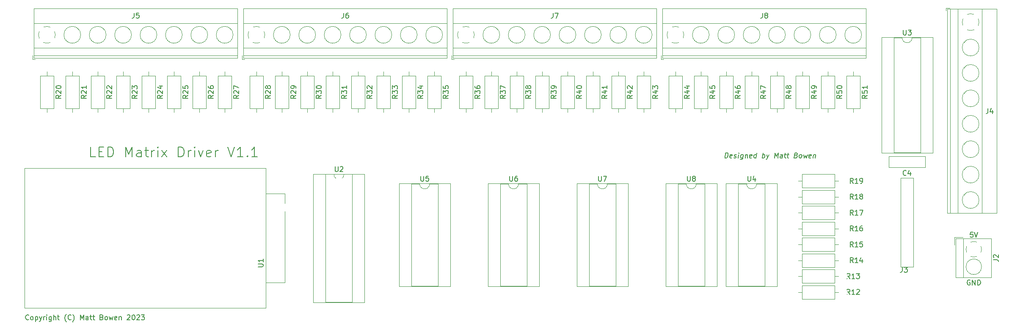
<source format=gto>
G04 #@! TF.GenerationSoftware,KiCad,Pcbnew,(5.1.10)-1*
G04 #@! TF.CreationDate,2023-12-13T20:17:28-05:00*
G04 #@! TF.ProjectId,LED_Matrix_Driver,4c45445f-4d61-4747-9269-785f44726976,rev?*
G04 #@! TF.SameCoordinates,Original*
G04 #@! TF.FileFunction,Legend,Top*
G04 #@! TF.FilePolarity,Positive*
%FSLAX46Y46*%
G04 Gerber Fmt 4.6, Leading zero omitted, Abs format (unit mm)*
G04 Created by KiCad (PCBNEW (5.1.10)-1) date 2023-12-13 20:17:28*
%MOMM*%
%LPD*%
G01*
G04 APERTURE LIST*
%ADD10C,0.150000*%
%ADD11C,0.120000*%
%ADD12C,2.200000*%
%ADD13O,1.600000X1.600000*%
%ADD14C,1.600000*%
%ADD15R,1.500000X1.200000*%
%ADD16C,1.200000*%
%ADD17R,1.200000X1.200000*%
%ADD18R,1.600000X1.600000*%
%ADD19R,1.200000X1.524000*%
%ADD20C,2.600000*%
%ADD21R,2.600000X2.600000*%
%ADD22C,2.400000*%
%ADD23R,2.400000X2.400000*%
G04 APERTURE END LIST*
D10*
X150872395Y-42362380D02*
X150997395Y-41362380D01*
X151235491Y-41362380D01*
X151372395Y-41410000D01*
X151455729Y-41505238D01*
X151491443Y-41600476D01*
X151515252Y-41790952D01*
X151497395Y-41933809D01*
X151425967Y-42124285D01*
X151366443Y-42219523D01*
X151259300Y-42314761D01*
X151110491Y-42362380D01*
X150872395Y-42362380D01*
X152259300Y-42314761D02*
X152158110Y-42362380D01*
X151967633Y-42362380D01*
X151878348Y-42314761D01*
X151842633Y-42219523D01*
X151890252Y-41838571D01*
X151949776Y-41743333D01*
X152050967Y-41695714D01*
X152241443Y-41695714D01*
X152330729Y-41743333D01*
X152366443Y-41838571D01*
X152354538Y-41933809D01*
X151866443Y-42029047D01*
X152687872Y-42314761D02*
X152777157Y-42362380D01*
X152967633Y-42362380D01*
X153068824Y-42314761D01*
X153128348Y-42219523D01*
X153134300Y-42171904D01*
X153098586Y-42076666D01*
X153009300Y-42029047D01*
X152866443Y-42029047D01*
X152777157Y-41981428D01*
X152741443Y-41886190D01*
X152747395Y-41838571D01*
X152806919Y-41743333D01*
X152908110Y-41695714D01*
X153050967Y-41695714D01*
X153140252Y-41743333D01*
X153539062Y-42362380D02*
X153622395Y-41695714D01*
X153664062Y-41362380D02*
X153610491Y-41410000D01*
X153652157Y-41457619D01*
X153705729Y-41410000D01*
X153664062Y-41362380D01*
X153652157Y-41457619D01*
X154527157Y-41695714D02*
X154425967Y-42505238D01*
X154366443Y-42600476D01*
X154312872Y-42648095D01*
X154211681Y-42695714D01*
X154068824Y-42695714D01*
X153979538Y-42648095D01*
X154449776Y-42314761D02*
X154348586Y-42362380D01*
X154158110Y-42362380D01*
X154068824Y-42314761D01*
X154027157Y-42267142D01*
X153991443Y-42171904D01*
X154027157Y-41886190D01*
X154086681Y-41790952D01*
X154140252Y-41743333D01*
X154241443Y-41695714D01*
X154431919Y-41695714D01*
X154521205Y-41743333D01*
X155003348Y-41695714D02*
X154920014Y-42362380D01*
X154991443Y-41790952D02*
X155045014Y-41743333D01*
X155146205Y-41695714D01*
X155289062Y-41695714D01*
X155378348Y-41743333D01*
X155414062Y-41838571D01*
X155348586Y-42362380D01*
X156211681Y-42314761D02*
X156110491Y-42362380D01*
X155920014Y-42362380D01*
X155830729Y-42314761D01*
X155795014Y-42219523D01*
X155842633Y-41838571D01*
X155902157Y-41743333D01*
X156003348Y-41695714D01*
X156193824Y-41695714D01*
X156283110Y-41743333D01*
X156318824Y-41838571D01*
X156306919Y-41933809D01*
X155818824Y-42029047D01*
X157110491Y-42362380D02*
X157235491Y-41362380D01*
X157116443Y-42314761D02*
X157015252Y-42362380D01*
X156824776Y-42362380D01*
X156735491Y-42314761D01*
X156693824Y-42267142D01*
X156658110Y-42171904D01*
X156693824Y-41886190D01*
X156753348Y-41790952D01*
X156806919Y-41743333D01*
X156908110Y-41695714D01*
X157098586Y-41695714D01*
X157187872Y-41743333D01*
X158348586Y-42362380D02*
X158473586Y-41362380D01*
X158425967Y-41743333D02*
X158527157Y-41695714D01*
X158717633Y-41695714D01*
X158806919Y-41743333D01*
X158848586Y-41790952D01*
X158884300Y-41886190D01*
X158848586Y-42171904D01*
X158789062Y-42267142D01*
X158735491Y-42314761D01*
X158634300Y-42362380D01*
X158443824Y-42362380D01*
X158354538Y-42314761D01*
X159241443Y-41695714D02*
X159396205Y-42362380D01*
X159717633Y-41695714D02*
X159396205Y-42362380D01*
X159271205Y-42600476D01*
X159217633Y-42648095D01*
X159116443Y-42695714D01*
X160777157Y-42362380D02*
X160902157Y-41362380D01*
X161146205Y-42076666D01*
X161568824Y-41362380D01*
X161443824Y-42362380D01*
X162348586Y-42362380D02*
X162414062Y-41838571D01*
X162378348Y-41743333D01*
X162289062Y-41695714D01*
X162098586Y-41695714D01*
X161997395Y-41743333D01*
X162354538Y-42314761D02*
X162253348Y-42362380D01*
X162015252Y-42362380D01*
X161925967Y-42314761D01*
X161890252Y-42219523D01*
X161902157Y-42124285D01*
X161961681Y-42029047D01*
X162062872Y-41981428D01*
X162300967Y-41981428D01*
X162402157Y-41933809D01*
X162765252Y-41695714D02*
X163146205Y-41695714D01*
X162949776Y-41362380D02*
X162842633Y-42219523D01*
X162878348Y-42314761D01*
X162967633Y-42362380D01*
X163062872Y-42362380D01*
X163336681Y-41695714D02*
X163717633Y-41695714D01*
X163521205Y-41362380D02*
X163414062Y-42219523D01*
X163449776Y-42314761D01*
X163539062Y-42362380D01*
X163634300Y-42362380D01*
X165128348Y-41838571D02*
X165265252Y-41886190D01*
X165306919Y-41933809D01*
X165342633Y-42029047D01*
X165324776Y-42171904D01*
X165265252Y-42267142D01*
X165211681Y-42314761D01*
X165110491Y-42362380D01*
X164729538Y-42362380D01*
X164854538Y-41362380D01*
X165187872Y-41362380D01*
X165277157Y-41410000D01*
X165318824Y-41457619D01*
X165354538Y-41552857D01*
X165342633Y-41648095D01*
X165283110Y-41743333D01*
X165229538Y-41790952D01*
X165128348Y-41838571D01*
X164795014Y-41838571D01*
X165872395Y-42362380D02*
X165783110Y-42314761D01*
X165741443Y-42267142D01*
X165705729Y-42171904D01*
X165741443Y-41886190D01*
X165800967Y-41790952D01*
X165854538Y-41743333D01*
X165955729Y-41695714D01*
X166098586Y-41695714D01*
X166187872Y-41743333D01*
X166229538Y-41790952D01*
X166265252Y-41886190D01*
X166229538Y-42171904D01*
X166170014Y-42267142D01*
X166116443Y-42314761D01*
X166015252Y-42362380D01*
X165872395Y-42362380D01*
X166622395Y-41695714D02*
X166729538Y-42362380D01*
X166979538Y-41886190D01*
X167110491Y-42362380D01*
X167384300Y-41695714D01*
X168068824Y-42314761D02*
X167967633Y-42362380D01*
X167777157Y-42362380D01*
X167687872Y-42314761D01*
X167652157Y-42219523D01*
X167699776Y-41838571D01*
X167759300Y-41743333D01*
X167860491Y-41695714D01*
X168050967Y-41695714D01*
X168140252Y-41743333D01*
X168175967Y-41838571D01*
X168164062Y-41933809D01*
X167675967Y-42029047D01*
X168622395Y-41695714D02*
X168539062Y-42362380D01*
X168610491Y-41790952D02*
X168664062Y-41743333D01*
X168765252Y-41695714D01*
X168908110Y-41695714D01*
X168997395Y-41743333D01*
X169033110Y-41838571D01*
X168967633Y-42362380D01*
X199898095Y-66810000D02*
X199802857Y-66762380D01*
X199660000Y-66762380D01*
X199517142Y-66810000D01*
X199421904Y-66905238D01*
X199374285Y-67000476D01*
X199326666Y-67190952D01*
X199326666Y-67333809D01*
X199374285Y-67524285D01*
X199421904Y-67619523D01*
X199517142Y-67714761D01*
X199660000Y-67762380D01*
X199755238Y-67762380D01*
X199898095Y-67714761D01*
X199945714Y-67667142D01*
X199945714Y-67333809D01*
X199755238Y-67333809D01*
X200374285Y-67762380D02*
X200374285Y-66762380D01*
X200945714Y-67762380D01*
X200945714Y-66762380D01*
X201421904Y-67762380D02*
X201421904Y-66762380D01*
X201660000Y-66762380D01*
X201802857Y-66810000D01*
X201898095Y-66905238D01*
X201945714Y-67000476D01*
X201993333Y-67190952D01*
X201993333Y-67333809D01*
X201945714Y-67524285D01*
X201898095Y-67619523D01*
X201802857Y-67714761D01*
X201660000Y-67762380D01*
X201421904Y-67762380D01*
X200469523Y-57237380D02*
X199993333Y-57237380D01*
X199945714Y-57713571D01*
X199993333Y-57665952D01*
X200088571Y-57618333D01*
X200326666Y-57618333D01*
X200421904Y-57665952D01*
X200469523Y-57713571D01*
X200517142Y-57808809D01*
X200517142Y-58046904D01*
X200469523Y-58142142D01*
X200421904Y-58189761D01*
X200326666Y-58237380D01*
X200088571Y-58237380D01*
X199993333Y-58189761D01*
X199945714Y-58142142D01*
X200802857Y-57237380D02*
X201136190Y-58237380D01*
X201469523Y-57237380D01*
X11598095Y-74652142D02*
X11550476Y-74699761D01*
X11407619Y-74747380D01*
X11312380Y-74747380D01*
X11169523Y-74699761D01*
X11074285Y-74604523D01*
X11026666Y-74509285D01*
X10979047Y-74318809D01*
X10979047Y-74175952D01*
X11026666Y-73985476D01*
X11074285Y-73890238D01*
X11169523Y-73795000D01*
X11312380Y-73747380D01*
X11407619Y-73747380D01*
X11550476Y-73795000D01*
X11598095Y-73842619D01*
X12169523Y-74747380D02*
X12074285Y-74699761D01*
X12026666Y-74652142D01*
X11979047Y-74556904D01*
X11979047Y-74271190D01*
X12026666Y-74175952D01*
X12074285Y-74128333D01*
X12169523Y-74080714D01*
X12312380Y-74080714D01*
X12407619Y-74128333D01*
X12455238Y-74175952D01*
X12502857Y-74271190D01*
X12502857Y-74556904D01*
X12455238Y-74652142D01*
X12407619Y-74699761D01*
X12312380Y-74747380D01*
X12169523Y-74747380D01*
X12931428Y-74080714D02*
X12931428Y-75080714D01*
X12931428Y-74128333D02*
X13026666Y-74080714D01*
X13217142Y-74080714D01*
X13312380Y-74128333D01*
X13359999Y-74175952D01*
X13407619Y-74271190D01*
X13407619Y-74556904D01*
X13359999Y-74652142D01*
X13312380Y-74699761D01*
X13217142Y-74747380D01*
X13026666Y-74747380D01*
X12931428Y-74699761D01*
X13740952Y-74080714D02*
X13979047Y-74747380D01*
X14217142Y-74080714D02*
X13979047Y-74747380D01*
X13883809Y-74985476D01*
X13836190Y-75033095D01*
X13740952Y-75080714D01*
X14598095Y-74747380D02*
X14598095Y-74080714D01*
X14598095Y-74271190D02*
X14645714Y-74175952D01*
X14693333Y-74128333D01*
X14788571Y-74080714D01*
X14883809Y-74080714D01*
X15217142Y-74747380D02*
X15217142Y-74080714D01*
X15217142Y-73747380D02*
X15169523Y-73795000D01*
X15217142Y-73842619D01*
X15264761Y-73795000D01*
X15217142Y-73747380D01*
X15217142Y-73842619D01*
X16121904Y-74080714D02*
X16121904Y-74890238D01*
X16074285Y-74985476D01*
X16026666Y-75033095D01*
X15931428Y-75080714D01*
X15788571Y-75080714D01*
X15693333Y-75033095D01*
X16121904Y-74699761D02*
X16026666Y-74747380D01*
X15836190Y-74747380D01*
X15740952Y-74699761D01*
X15693333Y-74652142D01*
X15645714Y-74556904D01*
X15645714Y-74271190D01*
X15693333Y-74175952D01*
X15740952Y-74128333D01*
X15836190Y-74080714D01*
X16026666Y-74080714D01*
X16121904Y-74128333D01*
X16598095Y-74747380D02*
X16598095Y-73747380D01*
X17026666Y-74747380D02*
X17026666Y-74223571D01*
X16979047Y-74128333D01*
X16883809Y-74080714D01*
X16740952Y-74080714D01*
X16645714Y-74128333D01*
X16598095Y-74175952D01*
X17360000Y-74080714D02*
X17740952Y-74080714D01*
X17502857Y-73747380D02*
X17502857Y-74604523D01*
X17550476Y-74699761D01*
X17645714Y-74747380D01*
X17740952Y-74747380D01*
X19121904Y-75128333D02*
X19074285Y-75080714D01*
X18979047Y-74937857D01*
X18931428Y-74842619D01*
X18883809Y-74699761D01*
X18836190Y-74461666D01*
X18836190Y-74271190D01*
X18883809Y-74033095D01*
X18931428Y-73890238D01*
X18979047Y-73795000D01*
X19074285Y-73652142D01*
X19121904Y-73604523D01*
X20074285Y-74652142D02*
X20026666Y-74699761D01*
X19883809Y-74747380D01*
X19788571Y-74747380D01*
X19645714Y-74699761D01*
X19550476Y-74604523D01*
X19502857Y-74509285D01*
X19455238Y-74318809D01*
X19455238Y-74175952D01*
X19502857Y-73985476D01*
X19550476Y-73890238D01*
X19645714Y-73795000D01*
X19788571Y-73747380D01*
X19883809Y-73747380D01*
X20026666Y-73795000D01*
X20074285Y-73842619D01*
X20407619Y-75128333D02*
X20455238Y-75080714D01*
X20550476Y-74937857D01*
X20598095Y-74842619D01*
X20645714Y-74699761D01*
X20693333Y-74461666D01*
X20693333Y-74271190D01*
X20645714Y-74033095D01*
X20598095Y-73890238D01*
X20550476Y-73795000D01*
X20455238Y-73652142D01*
X20407619Y-73604523D01*
X21931428Y-74747380D02*
X21931428Y-73747380D01*
X22264761Y-74461666D01*
X22598095Y-73747380D01*
X22598095Y-74747380D01*
X23502857Y-74747380D02*
X23502857Y-74223571D01*
X23455238Y-74128333D01*
X23359999Y-74080714D01*
X23169523Y-74080714D01*
X23074285Y-74128333D01*
X23502857Y-74699761D02*
X23407619Y-74747380D01*
X23169523Y-74747380D01*
X23074285Y-74699761D01*
X23026666Y-74604523D01*
X23026666Y-74509285D01*
X23074285Y-74414047D01*
X23169523Y-74366428D01*
X23407619Y-74366428D01*
X23502857Y-74318809D01*
X23836190Y-74080714D02*
X24217142Y-74080714D01*
X23979047Y-73747380D02*
X23979047Y-74604523D01*
X24026666Y-74699761D01*
X24121904Y-74747380D01*
X24217142Y-74747380D01*
X24407619Y-74080714D02*
X24788571Y-74080714D01*
X24550476Y-73747380D02*
X24550476Y-74604523D01*
X24598095Y-74699761D01*
X24693333Y-74747380D01*
X24788571Y-74747380D01*
X26217142Y-74223571D02*
X26359999Y-74271190D01*
X26407619Y-74318809D01*
X26455238Y-74414047D01*
X26455238Y-74556904D01*
X26407619Y-74652142D01*
X26359999Y-74699761D01*
X26264761Y-74747380D01*
X25883809Y-74747380D01*
X25883809Y-73747380D01*
X26217142Y-73747380D01*
X26312380Y-73795000D01*
X26359999Y-73842619D01*
X26407619Y-73937857D01*
X26407619Y-74033095D01*
X26359999Y-74128333D01*
X26312380Y-74175952D01*
X26217142Y-74223571D01*
X25883809Y-74223571D01*
X27026666Y-74747380D02*
X26931428Y-74699761D01*
X26883809Y-74652142D01*
X26836190Y-74556904D01*
X26836190Y-74271190D01*
X26883809Y-74175952D01*
X26931428Y-74128333D01*
X27026666Y-74080714D01*
X27169523Y-74080714D01*
X27264761Y-74128333D01*
X27312380Y-74175952D01*
X27359999Y-74271190D01*
X27359999Y-74556904D01*
X27312380Y-74652142D01*
X27264761Y-74699761D01*
X27169523Y-74747380D01*
X27026666Y-74747380D01*
X27693333Y-74080714D02*
X27883809Y-74747380D01*
X28074285Y-74271190D01*
X28264761Y-74747380D01*
X28455238Y-74080714D01*
X29217142Y-74699761D02*
X29121904Y-74747380D01*
X28931428Y-74747380D01*
X28836190Y-74699761D01*
X28788571Y-74604523D01*
X28788571Y-74223571D01*
X28836190Y-74128333D01*
X28931428Y-74080714D01*
X29121904Y-74080714D01*
X29217142Y-74128333D01*
X29264761Y-74223571D01*
X29264761Y-74318809D01*
X28788571Y-74414047D01*
X29693333Y-74080714D02*
X29693333Y-74747380D01*
X29693333Y-74175952D02*
X29740952Y-74128333D01*
X29836190Y-74080714D01*
X29979047Y-74080714D01*
X30074285Y-74128333D01*
X30121904Y-74223571D01*
X30121904Y-74747380D01*
X31312380Y-73842619D02*
X31359999Y-73795000D01*
X31455238Y-73747380D01*
X31693333Y-73747380D01*
X31788571Y-73795000D01*
X31836190Y-73842619D01*
X31883809Y-73937857D01*
X31883809Y-74033095D01*
X31836190Y-74175952D01*
X31264761Y-74747380D01*
X31883809Y-74747380D01*
X32502857Y-73747380D02*
X32598095Y-73747380D01*
X32693333Y-73795000D01*
X32740952Y-73842619D01*
X32788571Y-73937857D01*
X32836190Y-74128333D01*
X32836190Y-74366428D01*
X32788571Y-74556904D01*
X32740952Y-74652142D01*
X32693333Y-74699761D01*
X32598095Y-74747380D01*
X32502857Y-74747380D01*
X32407619Y-74699761D01*
X32359999Y-74652142D01*
X32312380Y-74556904D01*
X32264761Y-74366428D01*
X32264761Y-74128333D01*
X32312380Y-73937857D01*
X32359999Y-73842619D01*
X32407619Y-73795000D01*
X32502857Y-73747380D01*
X33217142Y-73842619D02*
X33264761Y-73795000D01*
X33359999Y-73747380D01*
X33598095Y-73747380D01*
X33693333Y-73795000D01*
X33740952Y-73842619D01*
X33788571Y-73937857D01*
X33788571Y-74033095D01*
X33740952Y-74175952D01*
X33169523Y-74747380D01*
X33788571Y-74747380D01*
X34121904Y-73747380D02*
X34740952Y-73747380D01*
X34407619Y-74128333D01*
X34550476Y-74128333D01*
X34645714Y-74175952D01*
X34693333Y-74223571D01*
X34740952Y-74318809D01*
X34740952Y-74556904D01*
X34693333Y-74652142D01*
X34645714Y-74699761D01*
X34550476Y-74747380D01*
X34264761Y-74747380D01*
X34169523Y-74699761D01*
X34121904Y-74652142D01*
X24973333Y-42179761D02*
X24020952Y-42179761D01*
X24020952Y-40179761D01*
X25640000Y-41132142D02*
X26306666Y-41132142D01*
X26592380Y-42179761D02*
X25640000Y-42179761D01*
X25640000Y-40179761D01*
X26592380Y-40179761D01*
X27449523Y-42179761D02*
X27449523Y-40179761D01*
X27925714Y-40179761D01*
X28211428Y-40275000D01*
X28401904Y-40465476D01*
X28497142Y-40655952D01*
X28592380Y-41036904D01*
X28592380Y-41322619D01*
X28497142Y-41703571D01*
X28401904Y-41894047D01*
X28211428Y-42084523D01*
X27925714Y-42179761D01*
X27449523Y-42179761D01*
X30973333Y-42179761D02*
X30973333Y-40179761D01*
X31640000Y-41608333D01*
X32306666Y-40179761D01*
X32306666Y-42179761D01*
X34116190Y-42179761D02*
X34116190Y-41132142D01*
X34020952Y-40941666D01*
X33830476Y-40846428D01*
X33449523Y-40846428D01*
X33259047Y-40941666D01*
X34116190Y-42084523D02*
X33925714Y-42179761D01*
X33449523Y-42179761D01*
X33259047Y-42084523D01*
X33163809Y-41894047D01*
X33163809Y-41703571D01*
X33259047Y-41513095D01*
X33449523Y-41417857D01*
X33925714Y-41417857D01*
X34116190Y-41322619D01*
X34782857Y-40846428D02*
X35544761Y-40846428D01*
X35068571Y-40179761D02*
X35068571Y-41894047D01*
X35163809Y-42084523D01*
X35354285Y-42179761D01*
X35544761Y-42179761D01*
X36211428Y-42179761D02*
X36211428Y-40846428D01*
X36211428Y-41227380D02*
X36306666Y-41036904D01*
X36401904Y-40941666D01*
X36592380Y-40846428D01*
X36782857Y-40846428D01*
X37449523Y-42179761D02*
X37449523Y-40846428D01*
X37449523Y-40179761D02*
X37354285Y-40275000D01*
X37449523Y-40370238D01*
X37544761Y-40275000D01*
X37449523Y-40179761D01*
X37449523Y-40370238D01*
X38211428Y-42179761D02*
X39259047Y-40846428D01*
X38211428Y-40846428D02*
X39259047Y-42179761D01*
X41544761Y-42179761D02*
X41544761Y-40179761D01*
X42020952Y-40179761D01*
X42306666Y-40275000D01*
X42497142Y-40465476D01*
X42592380Y-40655952D01*
X42687619Y-41036904D01*
X42687619Y-41322619D01*
X42592380Y-41703571D01*
X42497142Y-41894047D01*
X42306666Y-42084523D01*
X42020952Y-42179761D01*
X41544761Y-42179761D01*
X43544761Y-42179761D02*
X43544761Y-40846428D01*
X43544761Y-41227380D02*
X43640000Y-41036904D01*
X43735238Y-40941666D01*
X43925714Y-40846428D01*
X44116190Y-40846428D01*
X44782857Y-42179761D02*
X44782857Y-40846428D01*
X44782857Y-40179761D02*
X44687619Y-40275000D01*
X44782857Y-40370238D01*
X44878095Y-40275000D01*
X44782857Y-40179761D01*
X44782857Y-40370238D01*
X45544761Y-40846428D02*
X46020952Y-42179761D01*
X46497142Y-40846428D01*
X48020952Y-42084523D02*
X47830476Y-42179761D01*
X47449523Y-42179761D01*
X47259047Y-42084523D01*
X47163809Y-41894047D01*
X47163809Y-41132142D01*
X47259047Y-40941666D01*
X47449523Y-40846428D01*
X47830476Y-40846428D01*
X48020952Y-40941666D01*
X48116190Y-41132142D01*
X48116190Y-41322619D01*
X47163809Y-41513095D01*
X48973333Y-42179761D02*
X48973333Y-40846428D01*
X48973333Y-41227380D02*
X49068571Y-41036904D01*
X49163809Y-40941666D01*
X49354285Y-40846428D01*
X49544761Y-40846428D01*
X51449523Y-40179761D02*
X52116190Y-42179761D01*
X52782857Y-40179761D01*
X54497142Y-42179761D02*
X53354285Y-42179761D01*
X53925714Y-42179761D02*
X53925714Y-40179761D01*
X53735238Y-40465476D01*
X53544761Y-40655952D01*
X53354285Y-40751190D01*
X55354285Y-41989285D02*
X55449523Y-42084523D01*
X55354285Y-42179761D01*
X55259047Y-42084523D01*
X55354285Y-41989285D01*
X55354285Y-42179761D01*
X57354285Y-42179761D02*
X56211428Y-42179761D01*
X56782857Y-42179761D02*
X56782857Y-40179761D01*
X56592380Y-40465476D01*
X56401904Y-40655952D01*
X56211428Y-40751190D01*
D11*
X186055000Y-46355000D02*
X188595000Y-46355000D01*
X188595000Y-46355000D02*
X188595000Y-64135000D01*
X188595000Y-64135000D02*
X186055000Y-64135000D01*
X186055000Y-64135000D02*
X186055000Y-46355000D01*
X183665000Y-44300000D02*
X183665000Y-42060000D01*
X190905000Y-44300000D02*
X190905000Y-42060000D01*
X190905000Y-42060000D02*
X183665000Y-42060000D01*
X190905000Y-44300000D02*
X183665000Y-44300000D01*
X149285000Y-47505000D02*
X139005000Y-47505000D01*
X149285000Y-68065000D02*
X149285000Y-47505000D01*
X139005000Y-68065000D02*
X149285000Y-68065000D01*
X139005000Y-47505000D02*
X139005000Y-68065000D01*
X146795000Y-47565000D02*
X145145000Y-47565000D01*
X146795000Y-68005000D02*
X146795000Y-47565000D01*
X141495000Y-68005000D02*
X146795000Y-68005000D01*
X141495000Y-47565000D02*
X141495000Y-68005000D01*
X143145000Y-47565000D02*
X141495000Y-47565000D01*
X145145000Y-47565000D02*
G75*
G02*
X143145000Y-47565000I-1000000J0D01*
G01*
X131505000Y-47505000D02*
X121225000Y-47505000D01*
X131505000Y-68065000D02*
X131505000Y-47505000D01*
X121225000Y-68065000D02*
X131505000Y-68065000D01*
X121225000Y-47505000D02*
X121225000Y-68065000D01*
X129015000Y-47565000D02*
X127365000Y-47565000D01*
X129015000Y-68005000D02*
X129015000Y-47565000D01*
X123715000Y-68005000D02*
X129015000Y-68005000D01*
X123715000Y-47565000D02*
X123715000Y-68005000D01*
X125365000Y-47565000D02*
X123715000Y-47565000D01*
X127365000Y-47565000D02*
G75*
G02*
X125365000Y-47565000I-1000000J0D01*
G01*
X113725000Y-47505000D02*
X103445000Y-47505000D01*
X113725000Y-68065000D02*
X113725000Y-47505000D01*
X103445000Y-68065000D02*
X113725000Y-68065000D01*
X103445000Y-47505000D02*
X103445000Y-68065000D01*
X111235000Y-47565000D02*
X109585000Y-47565000D01*
X111235000Y-68005000D02*
X111235000Y-47565000D01*
X105935000Y-68005000D02*
X111235000Y-68005000D01*
X105935000Y-47565000D02*
X105935000Y-68005000D01*
X107585000Y-47565000D02*
X105935000Y-47565000D01*
X109585000Y-47565000D02*
G75*
G02*
X107585000Y-47565000I-1000000J0D01*
G01*
X95945000Y-47505000D02*
X85665000Y-47505000D01*
X95945000Y-68065000D02*
X95945000Y-47505000D01*
X85665000Y-68065000D02*
X95945000Y-68065000D01*
X85665000Y-47505000D02*
X85665000Y-68065000D01*
X93455000Y-47565000D02*
X91805000Y-47565000D01*
X93455000Y-68005000D02*
X93455000Y-47565000D01*
X88155000Y-68005000D02*
X93455000Y-68005000D01*
X88155000Y-47565000D02*
X88155000Y-68005000D01*
X89805000Y-47565000D02*
X88155000Y-47565000D01*
X91805000Y-47565000D02*
G75*
G02*
X89805000Y-47565000I-1000000J0D01*
G01*
X155210000Y-47565000D02*
X153560000Y-47565000D01*
X153560000Y-47565000D02*
X153560000Y-68005000D01*
X153560000Y-68005000D02*
X158860000Y-68005000D01*
X158860000Y-68005000D02*
X158860000Y-47565000D01*
X158860000Y-47565000D02*
X157210000Y-47565000D01*
X151070000Y-47505000D02*
X151070000Y-68065000D01*
X151070000Y-68065000D02*
X161350000Y-68065000D01*
X161350000Y-68065000D02*
X161350000Y-47505000D01*
X161350000Y-47505000D02*
X151070000Y-47505000D01*
X157210000Y-47565000D02*
G75*
G02*
X155210000Y-47565000I-1000000J0D01*
G01*
X186325000Y-18355000D02*
X184675000Y-18355000D01*
X184675000Y-18355000D02*
X184675000Y-41335000D01*
X184675000Y-41335000D02*
X189975000Y-41335000D01*
X189975000Y-41335000D02*
X189975000Y-18355000D01*
X189975000Y-18355000D02*
X188325000Y-18355000D01*
X182185000Y-18295000D02*
X182185000Y-41395000D01*
X182185000Y-41395000D02*
X192465000Y-41395000D01*
X192465000Y-41395000D02*
X192465000Y-18295000D01*
X192465000Y-18295000D02*
X182185000Y-18295000D01*
X188325000Y-18355000D02*
G75*
G02*
X186325000Y-18355000I-1000000J0D01*
G01*
X78800000Y-45600000D02*
X68520000Y-45600000D01*
X78800000Y-71240000D02*
X78800000Y-45600000D01*
X68520000Y-71240000D02*
X78800000Y-71240000D01*
X68520000Y-45600000D02*
X68520000Y-71240000D01*
X76310000Y-45660000D02*
X74660000Y-45660000D01*
X76310000Y-71180000D02*
X76310000Y-45660000D01*
X71010000Y-71180000D02*
X76310000Y-71180000D01*
X71010000Y-45660000D02*
X71010000Y-71180000D01*
X72660000Y-45660000D02*
X71010000Y-45660000D01*
X74660000Y-45660000D02*
G75*
G02*
X72660000Y-45660000I-1000000J0D01*
G01*
X59055000Y-44450000D02*
X59055000Y-72390000D01*
X59055000Y-72390000D02*
X10795000Y-72390000D01*
X10795000Y-72390000D02*
X10795000Y-44450000D01*
X10795000Y-44450000D02*
X59055000Y-44450000D01*
X59055000Y-49530000D02*
X62865000Y-49530000D01*
X62865000Y-49530000D02*
X62865000Y-66040000D01*
X62865000Y-67310000D02*
X59055000Y-67310000D01*
X62865000Y-66040000D02*
X62865000Y-67310000D01*
X177900000Y-25940000D02*
X175160000Y-25940000D01*
X175160000Y-25940000D02*
X175160000Y-32480000D01*
X175160000Y-32480000D02*
X177900000Y-32480000D01*
X177900000Y-32480000D02*
X177900000Y-25940000D01*
X176530000Y-25170000D02*
X176530000Y-25940000D01*
X176530000Y-33250000D02*
X176530000Y-32480000D01*
X172820000Y-25940000D02*
X170080000Y-25940000D01*
X170080000Y-25940000D02*
X170080000Y-32480000D01*
X170080000Y-32480000D02*
X172820000Y-32480000D01*
X172820000Y-32480000D02*
X172820000Y-25940000D01*
X171450000Y-25170000D02*
X171450000Y-25940000D01*
X171450000Y-33250000D02*
X171450000Y-32480000D01*
X167740000Y-25940000D02*
X165000000Y-25940000D01*
X165000000Y-25940000D02*
X165000000Y-32480000D01*
X165000000Y-32480000D02*
X167740000Y-32480000D01*
X167740000Y-32480000D02*
X167740000Y-25940000D01*
X166370000Y-25170000D02*
X166370000Y-25940000D01*
X166370000Y-33250000D02*
X166370000Y-32480000D01*
X162660000Y-25940000D02*
X159920000Y-25940000D01*
X159920000Y-25940000D02*
X159920000Y-32480000D01*
X159920000Y-32480000D02*
X162660000Y-32480000D01*
X162660000Y-32480000D02*
X162660000Y-25940000D01*
X161290000Y-25170000D02*
X161290000Y-25940000D01*
X161290000Y-33250000D02*
X161290000Y-32480000D01*
X157580000Y-25940000D02*
X154840000Y-25940000D01*
X154840000Y-25940000D02*
X154840000Y-32480000D01*
X154840000Y-32480000D02*
X157580000Y-32480000D01*
X157580000Y-32480000D02*
X157580000Y-25940000D01*
X156210000Y-25170000D02*
X156210000Y-25940000D01*
X156210000Y-33250000D02*
X156210000Y-32480000D01*
X152500000Y-25940000D02*
X149760000Y-25940000D01*
X149760000Y-25940000D02*
X149760000Y-32480000D01*
X149760000Y-32480000D02*
X152500000Y-32480000D01*
X152500000Y-32480000D02*
X152500000Y-25940000D01*
X151130000Y-25170000D02*
X151130000Y-25940000D01*
X151130000Y-33250000D02*
X151130000Y-32480000D01*
X147420000Y-25940000D02*
X144680000Y-25940000D01*
X144680000Y-25940000D02*
X144680000Y-32480000D01*
X144680000Y-32480000D02*
X147420000Y-32480000D01*
X147420000Y-32480000D02*
X147420000Y-25940000D01*
X146050000Y-25170000D02*
X146050000Y-25940000D01*
X146050000Y-33250000D02*
X146050000Y-32480000D01*
X142340000Y-25940000D02*
X139600000Y-25940000D01*
X139600000Y-25940000D02*
X139600000Y-32480000D01*
X139600000Y-32480000D02*
X142340000Y-32480000D01*
X142340000Y-32480000D02*
X142340000Y-25940000D01*
X140970000Y-25170000D02*
X140970000Y-25940000D01*
X140970000Y-33250000D02*
X140970000Y-32480000D01*
X135990000Y-25940000D02*
X133250000Y-25940000D01*
X133250000Y-25940000D02*
X133250000Y-32480000D01*
X133250000Y-32480000D02*
X135990000Y-32480000D01*
X135990000Y-32480000D02*
X135990000Y-25940000D01*
X134620000Y-25170000D02*
X134620000Y-25940000D01*
X134620000Y-33250000D02*
X134620000Y-32480000D01*
X130910000Y-25940000D02*
X128170000Y-25940000D01*
X128170000Y-25940000D02*
X128170000Y-32480000D01*
X128170000Y-32480000D02*
X130910000Y-32480000D01*
X130910000Y-32480000D02*
X130910000Y-25940000D01*
X129540000Y-25170000D02*
X129540000Y-25940000D01*
X129540000Y-33250000D02*
X129540000Y-32480000D01*
X125830000Y-25940000D02*
X123090000Y-25940000D01*
X123090000Y-25940000D02*
X123090000Y-32480000D01*
X123090000Y-32480000D02*
X125830000Y-32480000D01*
X125830000Y-32480000D02*
X125830000Y-25940000D01*
X124460000Y-25170000D02*
X124460000Y-25940000D01*
X124460000Y-33250000D02*
X124460000Y-32480000D01*
X120750000Y-25940000D02*
X118010000Y-25940000D01*
X118010000Y-25940000D02*
X118010000Y-32480000D01*
X118010000Y-32480000D02*
X120750000Y-32480000D01*
X120750000Y-32480000D02*
X120750000Y-25940000D01*
X119380000Y-25170000D02*
X119380000Y-25940000D01*
X119380000Y-33250000D02*
X119380000Y-32480000D01*
X115670000Y-25940000D02*
X112930000Y-25940000D01*
X112930000Y-25940000D02*
X112930000Y-32480000D01*
X112930000Y-32480000D02*
X115670000Y-32480000D01*
X115670000Y-32480000D02*
X115670000Y-25940000D01*
X114300000Y-25170000D02*
X114300000Y-25940000D01*
X114300000Y-33250000D02*
X114300000Y-32480000D01*
X110590000Y-25940000D02*
X107850000Y-25940000D01*
X107850000Y-25940000D02*
X107850000Y-32480000D01*
X107850000Y-32480000D02*
X110590000Y-32480000D01*
X110590000Y-32480000D02*
X110590000Y-25940000D01*
X109220000Y-25170000D02*
X109220000Y-25940000D01*
X109220000Y-33250000D02*
X109220000Y-32480000D01*
X105510000Y-25940000D02*
X102770000Y-25940000D01*
X102770000Y-25940000D02*
X102770000Y-32480000D01*
X102770000Y-32480000D02*
X105510000Y-32480000D01*
X105510000Y-32480000D02*
X105510000Y-25940000D01*
X104140000Y-25170000D02*
X104140000Y-25940000D01*
X104140000Y-33250000D02*
X104140000Y-32480000D01*
X100430000Y-25940000D02*
X97690000Y-25940000D01*
X97690000Y-25940000D02*
X97690000Y-32480000D01*
X97690000Y-32480000D02*
X100430000Y-32480000D01*
X100430000Y-32480000D02*
X100430000Y-25940000D01*
X99060000Y-25170000D02*
X99060000Y-25940000D01*
X99060000Y-33250000D02*
X99060000Y-32480000D01*
X94080000Y-25940000D02*
X91340000Y-25940000D01*
X91340000Y-25940000D02*
X91340000Y-32480000D01*
X91340000Y-32480000D02*
X94080000Y-32480000D01*
X94080000Y-32480000D02*
X94080000Y-25940000D01*
X92710000Y-25170000D02*
X92710000Y-25940000D01*
X92710000Y-33250000D02*
X92710000Y-32480000D01*
X89000000Y-25940000D02*
X86260000Y-25940000D01*
X86260000Y-25940000D02*
X86260000Y-32480000D01*
X86260000Y-32480000D02*
X89000000Y-32480000D01*
X89000000Y-32480000D02*
X89000000Y-25940000D01*
X87630000Y-25170000D02*
X87630000Y-25940000D01*
X87630000Y-33250000D02*
X87630000Y-32480000D01*
X83920000Y-25940000D02*
X81180000Y-25940000D01*
X81180000Y-25940000D02*
X81180000Y-32480000D01*
X81180000Y-32480000D02*
X83920000Y-32480000D01*
X83920000Y-32480000D02*
X83920000Y-25940000D01*
X82550000Y-25170000D02*
X82550000Y-25940000D01*
X82550000Y-33250000D02*
X82550000Y-32480000D01*
X78840000Y-25940000D02*
X76100000Y-25940000D01*
X76100000Y-25940000D02*
X76100000Y-32480000D01*
X76100000Y-32480000D02*
X78840000Y-32480000D01*
X78840000Y-32480000D02*
X78840000Y-25940000D01*
X77470000Y-25170000D02*
X77470000Y-25940000D01*
X77470000Y-33250000D02*
X77470000Y-32480000D01*
X73760000Y-25940000D02*
X71020000Y-25940000D01*
X71020000Y-25940000D02*
X71020000Y-32480000D01*
X71020000Y-32480000D02*
X73760000Y-32480000D01*
X73760000Y-32480000D02*
X73760000Y-25940000D01*
X72390000Y-25170000D02*
X72390000Y-25940000D01*
X72390000Y-33250000D02*
X72390000Y-32480000D01*
X68680000Y-25940000D02*
X65940000Y-25940000D01*
X65940000Y-25940000D02*
X65940000Y-32480000D01*
X65940000Y-32480000D02*
X68680000Y-32480000D01*
X68680000Y-32480000D02*
X68680000Y-25940000D01*
X67310000Y-25170000D02*
X67310000Y-25940000D01*
X67310000Y-33250000D02*
X67310000Y-32480000D01*
X63600000Y-25940000D02*
X60860000Y-25940000D01*
X60860000Y-25940000D02*
X60860000Y-32480000D01*
X60860000Y-32480000D02*
X63600000Y-32480000D01*
X63600000Y-32480000D02*
X63600000Y-25940000D01*
X62230000Y-25170000D02*
X62230000Y-25940000D01*
X62230000Y-33250000D02*
X62230000Y-32480000D01*
X58520000Y-25940000D02*
X55780000Y-25940000D01*
X55780000Y-25940000D02*
X55780000Y-32480000D01*
X55780000Y-32480000D02*
X58520000Y-32480000D01*
X58520000Y-32480000D02*
X58520000Y-25940000D01*
X57150000Y-25170000D02*
X57150000Y-25940000D01*
X57150000Y-33250000D02*
X57150000Y-32480000D01*
X52170000Y-25940000D02*
X49430000Y-25940000D01*
X49430000Y-25940000D02*
X49430000Y-32480000D01*
X49430000Y-32480000D02*
X52170000Y-32480000D01*
X52170000Y-32480000D02*
X52170000Y-25940000D01*
X50800000Y-25170000D02*
X50800000Y-25940000D01*
X50800000Y-33250000D02*
X50800000Y-32480000D01*
X47090000Y-25940000D02*
X44350000Y-25940000D01*
X44350000Y-25940000D02*
X44350000Y-32480000D01*
X44350000Y-32480000D02*
X47090000Y-32480000D01*
X47090000Y-32480000D02*
X47090000Y-25940000D01*
X45720000Y-25170000D02*
X45720000Y-25940000D01*
X45720000Y-33250000D02*
X45720000Y-32480000D01*
X42010000Y-25940000D02*
X39270000Y-25940000D01*
X39270000Y-25940000D02*
X39270000Y-32480000D01*
X39270000Y-32480000D02*
X42010000Y-32480000D01*
X42010000Y-32480000D02*
X42010000Y-25940000D01*
X40640000Y-25170000D02*
X40640000Y-25940000D01*
X40640000Y-33250000D02*
X40640000Y-32480000D01*
X36930000Y-25940000D02*
X34190000Y-25940000D01*
X34190000Y-25940000D02*
X34190000Y-32480000D01*
X34190000Y-32480000D02*
X36930000Y-32480000D01*
X36930000Y-32480000D02*
X36930000Y-25940000D01*
X35560000Y-25170000D02*
X35560000Y-25940000D01*
X35560000Y-33250000D02*
X35560000Y-32480000D01*
X31850000Y-25940000D02*
X29110000Y-25940000D01*
X29110000Y-25940000D02*
X29110000Y-32480000D01*
X29110000Y-32480000D02*
X31850000Y-32480000D01*
X31850000Y-32480000D02*
X31850000Y-25940000D01*
X30480000Y-25170000D02*
X30480000Y-25940000D01*
X30480000Y-33250000D02*
X30480000Y-32480000D01*
X26770000Y-25940000D02*
X24030000Y-25940000D01*
X24030000Y-25940000D02*
X24030000Y-32480000D01*
X24030000Y-32480000D02*
X26770000Y-32480000D01*
X26770000Y-32480000D02*
X26770000Y-25940000D01*
X25400000Y-25170000D02*
X25400000Y-25940000D01*
X25400000Y-33250000D02*
X25400000Y-32480000D01*
X21690000Y-25940000D02*
X18950000Y-25940000D01*
X18950000Y-25940000D02*
X18950000Y-32480000D01*
X18950000Y-32480000D02*
X21690000Y-32480000D01*
X21690000Y-32480000D02*
X21690000Y-25940000D01*
X20320000Y-25170000D02*
X20320000Y-25940000D01*
X20320000Y-33250000D02*
X20320000Y-32480000D01*
X16610000Y-25940000D02*
X13870000Y-25940000D01*
X13870000Y-25940000D02*
X13870000Y-32480000D01*
X13870000Y-32480000D02*
X16610000Y-32480000D01*
X16610000Y-32480000D02*
X16610000Y-25940000D01*
X15240000Y-25170000D02*
X15240000Y-25940000D01*
X15240000Y-33250000D02*
X15240000Y-32480000D01*
X172815000Y-48360000D02*
X172815000Y-45620000D01*
X172815000Y-45620000D02*
X166275000Y-45620000D01*
X166275000Y-45620000D02*
X166275000Y-48360000D01*
X166275000Y-48360000D02*
X172815000Y-48360000D01*
X173585000Y-46990000D02*
X172815000Y-46990000D01*
X165505000Y-46990000D02*
X166275000Y-46990000D01*
X172815000Y-51535000D02*
X172815000Y-48795000D01*
X172815000Y-48795000D02*
X166275000Y-48795000D01*
X166275000Y-48795000D02*
X166275000Y-51535000D01*
X166275000Y-51535000D02*
X172815000Y-51535000D01*
X173585000Y-50165000D02*
X172815000Y-50165000D01*
X165505000Y-50165000D02*
X166275000Y-50165000D01*
X172815000Y-54710000D02*
X172815000Y-51970000D01*
X172815000Y-51970000D02*
X166275000Y-51970000D01*
X166275000Y-51970000D02*
X166275000Y-54710000D01*
X166275000Y-54710000D02*
X172815000Y-54710000D01*
X173585000Y-53340000D02*
X172815000Y-53340000D01*
X165505000Y-53340000D02*
X166275000Y-53340000D01*
X172815000Y-57885000D02*
X172815000Y-55145000D01*
X172815000Y-55145000D02*
X166275000Y-55145000D01*
X166275000Y-55145000D02*
X166275000Y-57885000D01*
X166275000Y-57885000D02*
X172815000Y-57885000D01*
X173585000Y-56515000D02*
X172815000Y-56515000D01*
X165505000Y-56515000D02*
X166275000Y-56515000D01*
X172815000Y-61060000D02*
X172815000Y-58320000D01*
X172815000Y-58320000D02*
X166275000Y-58320000D01*
X166275000Y-58320000D02*
X166275000Y-61060000D01*
X166275000Y-61060000D02*
X172815000Y-61060000D01*
X173585000Y-59690000D02*
X172815000Y-59690000D01*
X165505000Y-59690000D02*
X166275000Y-59690000D01*
X172815000Y-64235000D02*
X172815000Y-61495000D01*
X172815000Y-61495000D02*
X166275000Y-61495000D01*
X166275000Y-61495000D02*
X166275000Y-64235000D01*
X166275000Y-64235000D02*
X172815000Y-64235000D01*
X173585000Y-62865000D02*
X172815000Y-62865000D01*
X165505000Y-62865000D02*
X166275000Y-62865000D01*
X172815000Y-67410000D02*
X172815000Y-64670000D01*
X172815000Y-64670000D02*
X166275000Y-64670000D01*
X166275000Y-64670000D02*
X166275000Y-67410000D01*
X166275000Y-67410000D02*
X172815000Y-67410000D01*
X173585000Y-66040000D02*
X172815000Y-66040000D01*
X165505000Y-66040000D02*
X166275000Y-66040000D01*
X172815000Y-70585000D02*
X172815000Y-67845000D01*
X172815000Y-67845000D02*
X166275000Y-67845000D01*
X166275000Y-67845000D02*
X166275000Y-70585000D01*
X166275000Y-70585000D02*
X172815000Y-70585000D01*
X173585000Y-69215000D02*
X172815000Y-69215000D01*
X165505000Y-69215000D02*
X166275000Y-69215000D01*
X147730000Y-17780000D02*
G75*
G03*
X147730000Y-17780000I-1680000J0D01*
G01*
X152810000Y-17780000D02*
G75*
G03*
X152810000Y-17780000I-1680000J0D01*
G01*
X157890000Y-17780000D02*
G75*
G03*
X157890000Y-17780000I-1680000J0D01*
G01*
X162970000Y-17780000D02*
G75*
G03*
X162970000Y-17780000I-1680000J0D01*
G01*
X168050000Y-17780000D02*
G75*
G03*
X168050000Y-17780000I-1680000J0D01*
G01*
X173130000Y-17780000D02*
G75*
G03*
X173130000Y-17780000I-1680000J0D01*
G01*
X178210000Y-17780000D02*
G75*
G03*
X178210000Y-17780000I-1680000J0D01*
G01*
X138370000Y-21880000D02*
X179130000Y-21880000D01*
X138370000Y-20380000D02*
X179130000Y-20380000D01*
X138370000Y-15479000D02*
X179130000Y-15479000D01*
X138370000Y-12519000D02*
X179130000Y-12519000D01*
X138370000Y-22440000D02*
X179130000Y-22440000D01*
X138370000Y-12519000D02*
X138370000Y-22440000D01*
X179130000Y-12519000D02*
X179130000Y-22440000D01*
X147325000Y-16711000D02*
X147278000Y-16757000D01*
X145016000Y-19019000D02*
X144981000Y-19054000D01*
X147120000Y-16505000D02*
X147085000Y-16541000D01*
X144823000Y-18803000D02*
X144776000Y-18849000D01*
X152405000Y-16711000D02*
X152358000Y-16757000D01*
X150096000Y-19019000D02*
X150061000Y-19054000D01*
X152200000Y-16505000D02*
X152165000Y-16541000D01*
X149903000Y-18803000D02*
X149856000Y-18849000D01*
X157485000Y-16711000D02*
X157438000Y-16757000D01*
X155176000Y-19019000D02*
X155141000Y-19054000D01*
X157280000Y-16505000D02*
X157245000Y-16541000D01*
X154983000Y-18803000D02*
X154936000Y-18849000D01*
X162565000Y-16711000D02*
X162518000Y-16757000D01*
X160256000Y-19019000D02*
X160221000Y-19054000D01*
X162360000Y-16505000D02*
X162325000Y-16541000D01*
X160063000Y-18803000D02*
X160016000Y-18849000D01*
X167645000Y-16711000D02*
X167598000Y-16757000D01*
X165336000Y-19019000D02*
X165301000Y-19054000D01*
X167440000Y-16505000D02*
X167405000Y-16541000D01*
X165143000Y-18803000D02*
X165096000Y-18849000D01*
X172725000Y-16711000D02*
X172678000Y-16757000D01*
X170416000Y-19019000D02*
X170381000Y-19054000D01*
X172520000Y-16505000D02*
X172485000Y-16541000D01*
X170223000Y-18803000D02*
X170176000Y-18849000D01*
X177805000Y-16711000D02*
X177758000Y-16757000D01*
X175496000Y-19019000D02*
X175461000Y-19054000D01*
X177600000Y-16505000D02*
X177565000Y-16541000D01*
X175303000Y-18803000D02*
X175256000Y-18849000D01*
X138130000Y-21940000D02*
X138130000Y-22680000D01*
X138130000Y-22680000D02*
X138630000Y-22680000D01*
X140998805Y-19460253D02*
G75*
G02*
X140286000Y-19315000I-28805J1680253D01*
G01*
X139434574Y-18463042D02*
G75*
G02*
X139435000Y-17096000I1535426J683042D01*
G01*
X140286958Y-16244574D02*
G75*
G02*
X141654000Y-16245000I683042J-1535426D01*
G01*
X142505426Y-17096958D02*
G75*
G02*
X142505000Y-18464000I-1535426J-683042D01*
G01*
X141653318Y-19314756D02*
G75*
G02*
X140970000Y-19460000I-683318J1534756D01*
G01*
X105820000Y-17780000D02*
G75*
G03*
X105820000Y-17780000I-1680000J0D01*
G01*
X110900000Y-17780000D02*
G75*
G03*
X110900000Y-17780000I-1680000J0D01*
G01*
X115980000Y-17780000D02*
G75*
G03*
X115980000Y-17780000I-1680000J0D01*
G01*
X121060000Y-17780000D02*
G75*
G03*
X121060000Y-17780000I-1680000J0D01*
G01*
X126140000Y-17780000D02*
G75*
G03*
X126140000Y-17780000I-1680000J0D01*
G01*
X131220000Y-17780000D02*
G75*
G03*
X131220000Y-17780000I-1680000J0D01*
G01*
X136300000Y-17780000D02*
G75*
G03*
X136300000Y-17780000I-1680000J0D01*
G01*
X96460000Y-21880000D02*
X137220000Y-21880000D01*
X96460000Y-20380000D02*
X137220000Y-20380000D01*
X96460000Y-15479000D02*
X137220000Y-15479000D01*
X96460000Y-12519000D02*
X137220000Y-12519000D01*
X96460000Y-22440000D02*
X137220000Y-22440000D01*
X96460000Y-12519000D02*
X96460000Y-22440000D01*
X137220000Y-12519000D02*
X137220000Y-22440000D01*
X105415000Y-16711000D02*
X105368000Y-16757000D01*
X103106000Y-19019000D02*
X103071000Y-19054000D01*
X105210000Y-16505000D02*
X105175000Y-16541000D01*
X102913000Y-18803000D02*
X102866000Y-18849000D01*
X110495000Y-16711000D02*
X110448000Y-16757000D01*
X108186000Y-19019000D02*
X108151000Y-19054000D01*
X110290000Y-16505000D02*
X110255000Y-16541000D01*
X107993000Y-18803000D02*
X107946000Y-18849000D01*
X115575000Y-16711000D02*
X115528000Y-16757000D01*
X113266000Y-19019000D02*
X113231000Y-19054000D01*
X115370000Y-16505000D02*
X115335000Y-16541000D01*
X113073000Y-18803000D02*
X113026000Y-18849000D01*
X120655000Y-16711000D02*
X120608000Y-16757000D01*
X118346000Y-19019000D02*
X118311000Y-19054000D01*
X120450000Y-16505000D02*
X120415000Y-16541000D01*
X118153000Y-18803000D02*
X118106000Y-18849000D01*
X125735000Y-16711000D02*
X125688000Y-16757000D01*
X123426000Y-19019000D02*
X123391000Y-19054000D01*
X125530000Y-16505000D02*
X125495000Y-16541000D01*
X123233000Y-18803000D02*
X123186000Y-18849000D01*
X130815000Y-16711000D02*
X130768000Y-16757000D01*
X128506000Y-19019000D02*
X128471000Y-19054000D01*
X130610000Y-16505000D02*
X130575000Y-16541000D01*
X128313000Y-18803000D02*
X128266000Y-18849000D01*
X135895000Y-16711000D02*
X135848000Y-16757000D01*
X133586000Y-19019000D02*
X133551000Y-19054000D01*
X135690000Y-16505000D02*
X135655000Y-16541000D01*
X133393000Y-18803000D02*
X133346000Y-18849000D01*
X96220000Y-21940000D02*
X96220000Y-22680000D01*
X96220000Y-22680000D02*
X96720000Y-22680000D01*
X99088805Y-19460253D02*
G75*
G02*
X98376000Y-19315000I-28805J1680253D01*
G01*
X97524574Y-18463042D02*
G75*
G02*
X97525000Y-17096000I1535426J683042D01*
G01*
X98376958Y-16244574D02*
G75*
G02*
X99744000Y-16245000I683042J-1535426D01*
G01*
X100595426Y-17096958D02*
G75*
G02*
X100595000Y-18464000I-1535426J-683042D01*
G01*
X99743318Y-19314756D02*
G75*
G02*
X99060000Y-19460000I-683318J1534756D01*
G01*
X63910000Y-17780000D02*
G75*
G03*
X63910000Y-17780000I-1680000J0D01*
G01*
X68990000Y-17780000D02*
G75*
G03*
X68990000Y-17780000I-1680000J0D01*
G01*
X74070000Y-17780000D02*
G75*
G03*
X74070000Y-17780000I-1680000J0D01*
G01*
X79150000Y-17780000D02*
G75*
G03*
X79150000Y-17780000I-1680000J0D01*
G01*
X84230000Y-17780000D02*
G75*
G03*
X84230000Y-17780000I-1680000J0D01*
G01*
X89310000Y-17780000D02*
G75*
G03*
X89310000Y-17780000I-1680000J0D01*
G01*
X94390000Y-17780000D02*
G75*
G03*
X94390000Y-17780000I-1680000J0D01*
G01*
X54550000Y-21880000D02*
X95310000Y-21880000D01*
X54550000Y-20380000D02*
X95310000Y-20380000D01*
X54550000Y-15479000D02*
X95310000Y-15479000D01*
X54550000Y-12519000D02*
X95310000Y-12519000D01*
X54550000Y-22440000D02*
X95310000Y-22440000D01*
X54550000Y-12519000D02*
X54550000Y-22440000D01*
X95310000Y-12519000D02*
X95310000Y-22440000D01*
X63505000Y-16711000D02*
X63458000Y-16757000D01*
X61196000Y-19019000D02*
X61161000Y-19054000D01*
X63300000Y-16505000D02*
X63265000Y-16541000D01*
X61003000Y-18803000D02*
X60956000Y-18849000D01*
X68585000Y-16711000D02*
X68538000Y-16757000D01*
X66276000Y-19019000D02*
X66241000Y-19054000D01*
X68380000Y-16505000D02*
X68345000Y-16541000D01*
X66083000Y-18803000D02*
X66036000Y-18849000D01*
X73665000Y-16711000D02*
X73618000Y-16757000D01*
X71356000Y-19019000D02*
X71321000Y-19054000D01*
X73460000Y-16505000D02*
X73425000Y-16541000D01*
X71163000Y-18803000D02*
X71116000Y-18849000D01*
X78745000Y-16711000D02*
X78698000Y-16757000D01*
X76436000Y-19019000D02*
X76401000Y-19054000D01*
X78540000Y-16505000D02*
X78505000Y-16541000D01*
X76243000Y-18803000D02*
X76196000Y-18849000D01*
X83825000Y-16711000D02*
X83778000Y-16757000D01*
X81516000Y-19019000D02*
X81481000Y-19054000D01*
X83620000Y-16505000D02*
X83585000Y-16541000D01*
X81323000Y-18803000D02*
X81276000Y-18849000D01*
X88905000Y-16711000D02*
X88858000Y-16757000D01*
X86596000Y-19019000D02*
X86561000Y-19054000D01*
X88700000Y-16505000D02*
X88665000Y-16541000D01*
X86403000Y-18803000D02*
X86356000Y-18849000D01*
X93985000Y-16711000D02*
X93938000Y-16757000D01*
X91676000Y-19019000D02*
X91641000Y-19054000D01*
X93780000Y-16505000D02*
X93745000Y-16541000D01*
X91483000Y-18803000D02*
X91436000Y-18849000D01*
X54310000Y-21940000D02*
X54310000Y-22680000D01*
X54310000Y-22680000D02*
X54810000Y-22680000D01*
X57178805Y-19460253D02*
G75*
G02*
X56466000Y-19315000I-28805J1680253D01*
G01*
X55614574Y-18463042D02*
G75*
G02*
X55615000Y-17096000I1535426J683042D01*
G01*
X56466958Y-16244574D02*
G75*
G02*
X57834000Y-16245000I683042J-1535426D01*
G01*
X58685426Y-17096958D02*
G75*
G02*
X58685000Y-18464000I-1535426J-683042D01*
G01*
X57833318Y-19314756D02*
G75*
G02*
X57150000Y-19460000I-683318J1534756D01*
G01*
X22000000Y-17780000D02*
G75*
G03*
X22000000Y-17780000I-1680000J0D01*
G01*
X27080000Y-17780000D02*
G75*
G03*
X27080000Y-17780000I-1680000J0D01*
G01*
X32160000Y-17780000D02*
G75*
G03*
X32160000Y-17780000I-1680000J0D01*
G01*
X37240000Y-17780000D02*
G75*
G03*
X37240000Y-17780000I-1680000J0D01*
G01*
X42320000Y-17780000D02*
G75*
G03*
X42320000Y-17780000I-1680000J0D01*
G01*
X47400000Y-17780000D02*
G75*
G03*
X47400000Y-17780000I-1680000J0D01*
G01*
X52480000Y-17780000D02*
G75*
G03*
X52480000Y-17780000I-1680000J0D01*
G01*
X12640000Y-21880000D02*
X53400000Y-21880000D01*
X12640000Y-20380000D02*
X53400000Y-20380000D01*
X12640000Y-15479000D02*
X53400000Y-15479000D01*
X12640000Y-12519000D02*
X53400000Y-12519000D01*
X12640000Y-22440000D02*
X53400000Y-22440000D01*
X12640000Y-12519000D02*
X12640000Y-22440000D01*
X53400000Y-12519000D02*
X53400000Y-22440000D01*
X21595000Y-16711000D02*
X21548000Y-16757000D01*
X19286000Y-19019000D02*
X19251000Y-19054000D01*
X21390000Y-16505000D02*
X21355000Y-16541000D01*
X19093000Y-18803000D02*
X19046000Y-18849000D01*
X26675000Y-16711000D02*
X26628000Y-16757000D01*
X24366000Y-19019000D02*
X24331000Y-19054000D01*
X26470000Y-16505000D02*
X26435000Y-16541000D01*
X24173000Y-18803000D02*
X24126000Y-18849000D01*
X31755000Y-16711000D02*
X31708000Y-16757000D01*
X29446000Y-19019000D02*
X29411000Y-19054000D01*
X31550000Y-16505000D02*
X31515000Y-16541000D01*
X29253000Y-18803000D02*
X29206000Y-18849000D01*
X36835000Y-16711000D02*
X36788000Y-16757000D01*
X34526000Y-19019000D02*
X34491000Y-19054000D01*
X36630000Y-16505000D02*
X36595000Y-16541000D01*
X34333000Y-18803000D02*
X34286000Y-18849000D01*
X41915000Y-16711000D02*
X41868000Y-16757000D01*
X39606000Y-19019000D02*
X39571000Y-19054000D01*
X41710000Y-16505000D02*
X41675000Y-16541000D01*
X39413000Y-18803000D02*
X39366000Y-18849000D01*
X46995000Y-16711000D02*
X46948000Y-16757000D01*
X44686000Y-19019000D02*
X44651000Y-19054000D01*
X46790000Y-16505000D02*
X46755000Y-16541000D01*
X44493000Y-18803000D02*
X44446000Y-18849000D01*
X52075000Y-16711000D02*
X52028000Y-16757000D01*
X49766000Y-19019000D02*
X49731000Y-19054000D01*
X51870000Y-16505000D02*
X51835000Y-16541000D01*
X49573000Y-18803000D02*
X49526000Y-18849000D01*
X12400000Y-21940000D02*
X12400000Y-22680000D01*
X12400000Y-22680000D02*
X12900000Y-22680000D01*
X15268805Y-19460253D02*
G75*
G02*
X14556000Y-19315000I-28805J1680253D01*
G01*
X13704574Y-18463042D02*
G75*
G02*
X13705000Y-17096000I1535426J683042D01*
G01*
X14556958Y-16244574D02*
G75*
G02*
X15924000Y-16245000I683042J-1535426D01*
G01*
X16775426Y-17096958D02*
G75*
G02*
X16775000Y-18464000I-1535426J-683042D01*
G01*
X15923318Y-19314756D02*
G75*
G02*
X15240000Y-19460000I-683318J1534756D01*
G01*
X201705000Y-20320000D02*
G75*
G03*
X201705000Y-20320000I-1680000J0D01*
G01*
X201705000Y-25400000D02*
G75*
G03*
X201705000Y-25400000I-1680000J0D01*
G01*
X201705000Y-30480000D02*
G75*
G03*
X201705000Y-30480000I-1680000J0D01*
G01*
X201705000Y-35560000D02*
G75*
G03*
X201705000Y-35560000I-1680000J0D01*
G01*
X201705000Y-40640000D02*
G75*
G03*
X201705000Y-40640000I-1680000J0D01*
G01*
X201705000Y-45720000D02*
G75*
G03*
X201705000Y-45720000I-1680000J0D01*
G01*
X201705000Y-50800000D02*
G75*
G03*
X201705000Y-50800000I-1680000J0D01*
G01*
X195925000Y-12640000D02*
X195925000Y-53400000D01*
X197425000Y-12640000D02*
X197425000Y-53400000D01*
X202326000Y-12640000D02*
X202326000Y-53400000D01*
X205286000Y-12640000D02*
X205286000Y-53400000D01*
X195365000Y-12640000D02*
X195365000Y-53400000D01*
X205286000Y-12640000D02*
X195365000Y-12640000D01*
X205286000Y-53400000D02*
X195365000Y-53400000D01*
X201094000Y-21595000D02*
X201048000Y-21548000D01*
X198786000Y-19286000D02*
X198751000Y-19251000D01*
X201300000Y-21390000D02*
X201264000Y-21355000D01*
X199002000Y-19093000D02*
X198956000Y-19046000D01*
X201094000Y-26675000D02*
X201048000Y-26628000D01*
X198786000Y-24366000D02*
X198751000Y-24331000D01*
X201300000Y-26470000D02*
X201264000Y-26435000D01*
X199002000Y-24173000D02*
X198956000Y-24126000D01*
X201094000Y-31755000D02*
X201048000Y-31708000D01*
X198786000Y-29446000D02*
X198751000Y-29411000D01*
X201300000Y-31550000D02*
X201264000Y-31515000D01*
X199002000Y-29253000D02*
X198956000Y-29206000D01*
X201094000Y-36835000D02*
X201048000Y-36788000D01*
X198786000Y-34526000D02*
X198751000Y-34491000D01*
X201300000Y-36630000D02*
X201264000Y-36595000D01*
X199002000Y-34333000D02*
X198956000Y-34286000D01*
X201094000Y-41915000D02*
X201048000Y-41868000D01*
X198786000Y-39606000D02*
X198751000Y-39571000D01*
X201300000Y-41710000D02*
X201264000Y-41675000D01*
X199002000Y-39413000D02*
X198956000Y-39366000D01*
X201094000Y-46995000D02*
X201048000Y-46948000D01*
X198786000Y-44686000D02*
X198751000Y-44651000D01*
X201300000Y-46790000D02*
X201264000Y-46755000D01*
X199002000Y-44493000D02*
X198956000Y-44446000D01*
X201094000Y-52075000D02*
X201048000Y-52028000D01*
X198786000Y-49766000D02*
X198751000Y-49731000D01*
X201300000Y-51870000D02*
X201264000Y-51835000D01*
X199002000Y-49573000D02*
X198956000Y-49526000D01*
X195865000Y-12400000D02*
X195125000Y-12400000D01*
X195125000Y-12400000D02*
X195125000Y-12900000D01*
X198344747Y-15268805D02*
G75*
G02*
X198490000Y-14556000I1680253J28805D01*
G01*
X199341958Y-13704574D02*
G75*
G02*
X200709000Y-13705000I683042J-1535426D01*
G01*
X201560426Y-14556958D02*
G75*
G02*
X201560000Y-15924000I-1535426J-683042D01*
G01*
X200708042Y-16775426D02*
G75*
G02*
X199341000Y-16775000I-683042J1535426D01*
G01*
X198490244Y-15923318D02*
G75*
G02*
X198345000Y-15240000I1534756J683318D01*
G01*
X202215000Y-64135000D02*
G75*
G03*
X202215000Y-64135000I-1555000J0D01*
G01*
X198560000Y-58475000D02*
X198560000Y-66295000D01*
X204120000Y-58475000D02*
X204120000Y-66295000D01*
X197000000Y-58475000D02*
X197000000Y-66295000D01*
X204120000Y-58475000D02*
X197000000Y-58475000D01*
X204120000Y-66295000D02*
X197000000Y-66295000D01*
X198500000Y-58235000D02*
X196760000Y-58235000D01*
X196760000Y-58235000D02*
X196760000Y-59735000D01*
X199104508Y-60662011D02*
G75*
G02*
X199228000Y-60027000I1555492J27011D01*
G01*
X200052258Y-59202891D02*
G75*
G02*
X201268000Y-59203000I607742J-1432109D01*
G01*
X202092109Y-60027258D02*
G75*
G02*
X202092000Y-61243000I-1432109J-607742D01*
G01*
X201267742Y-62067109D02*
G75*
G02*
X200052000Y-62067000I-607742J1432109D01*
G01*
X199228615Y-61242587D02*
G75*
G02*
X199105000Y-60635000I1431385J607587D01*
G01*
D10*
X186356666Y-64222380D02*
X186356666Y-64936666D01*
X186309047Y-65079523D01*
X186213809Y-65174761D01*
X186070952Y-65222380D01*
X185975714Y-65222380D01*
X186737619Y-64222380D02*
X187356666Y-64222380D01*
X187023333Y-64603333D01*
X187166190Y-64603333D01*
X187261428Y-64650952D01*
X187309047Y-64698571D01*
X187356666Y-64793809D01*
X187356666Y-65031904D01*
X187309047Y-65127142D01*
X187261428Y-65174761D01*
X187166190Y-65222380D01*
X186880476Y-65222380D01*
X186785238Y-65174761D01*
X186737619Y-65127142D01*
X187118333Y-45787142D02*
X187070714Y-45834761D01*
X186927857Y-45882380D01*
X186832619Y-45882380D01*
X186689761Y-45834761D01*
X186594523Y-45739523D01*
X186546904Y-45644285D01*
X186499285Y-45453809D01*
X186499285Y-45310952D01*
X186546904Y-45120476D01*
X186594523Y-45025238D01*
X186689761Y-44930000D01*
X186832619Y-44882380D01*
X186927857Y-44882380D01*
X187070714Y-44930000D01*
X187118333Y-44977619D01*
X187975476Y-45215714D02*
X187975476Y-45882380D01*
X187737380Y-44834761D02*
X187499285Y-45549047D01*
X188118333Y-45549047D01*
X143383095Y-46017380D02*
X143383095Y-46826904D01*
X143430714Y-46922142D01*
X143478333Y-46969761D01*
X143573571Y-47017380D01*
X143764047Y-47017380D01*
X143859285Y-46969761D01*
X143906904Y-46922142D01*
X143954523Y-46826904D01*
X143954523Y-46017380D01*
X144573571Y-46445952D02*
X144478333Y-46398333D01*
X144430714Y-46350714D01*
X144383095Y-46255476D01*
X144383095Y-46207857D01*
X144430714Y-46112619D01*
X144478333Y-46065000D01*
X144573571Y-46017380D01*
X144764047Y-46017380D01*
X144859285Y-46065000D01*
X144906904Y-46112619D01*
X144954523Y-46207857D01*
X144954523Y-46255476D01*
X144906904Y-46350714D01*
X144859285Y-46398333D01*
X144764047Y-46445952D01*
X144573571Y-46445952D01*
X144478333Y-46493571D01*
X144430714Y-46541190D01*
X144383095Y-46636428D01*
X144383095Y-46826904D01*
X144430714Y-46922142D01*
X144478333Y-46969761D01*
X144573571Y-47017380D01*
X144764047Y-47017380D01*
X144859285Y-46969761D01*
X144906904Y-46922142D01*
X144954523Y-46826904D01*
X144954523Y-46636428D01*
X144906904Y-46541190D01*
X144859285Y-46493571D01*
X144764047Y-46445952D01*
X125603095Y-46017380D02*
X125603095Y-46826904D01*
X125650714Y-46922142D01*
X125698333Y-46969761D01*
X125793571Y-47017380D01*
X125984047Y-47017380D01*
X126079285Y-46969761D01*
X126126904Y-46922142D01*
X126174523Y-46826904D01*
X126174523Y-46017380D01*
X126555476Y-46017380D02*
X127222142Y-46017380D01*
X126793571Y-47017380D01*
X107823095Y-46017380D02*
X107823095Y-46826904D01*
X107870714Y-46922142D01*
X107918333Y-46969761D01*
X108013571Y-47017380D01*
X108204047Y-47017380D01*
X108299285Y-46969761D01*
X108346904Y-46922142D01*
X108394523Y-46826904D01*
X108394523Y-46017380D01*
X109299285Y-46017380D02*
X109108809Y-46017380D01*
X109013571Y-46065000D01*
X108965952Y-46112619D01*
X108870714Y-46255476D01*
X108823095Y-46445952D01*
X108823095Y-46826904D01*
X108870714Y-46922142D01*
X108918333Y-46969761D01*
X109013571Y-47017380D01*
X109204047Y-47017380D01*
X109299285Y-46969761D01*
X109346904Y-46922142D01*
X109394523Y-46826904D01*
X109394523Y-46588809D01*
X109346904Y-46493571D01*
X109299285Y-46445952D01*
X109204047Y-46398333D01*
X109013571Y-46398333D01*
X108918333Y-46445952D01*
X108870714Y-46493571D01*
X108823095Y-46588809D01*
X90043095Y-46017380D02*
X90043095Y-46826904D01*
X90090714Y-46922142D01*
X90138333Y-46969761D01*
X90233571Y-47017380D01*
X90424047Y-47017380D01*
X90519285Y-46969761D01*
X90566904Y-46922142D01*
X90614523Y-46826904D01*
X90614523Y-46017380D01*
X91566904Y-46017380D02*
X91090714Y-46017380D01*
X91043095Y-46493571D01*
X91090714Y-46445952D01*
X91185952Y-46398333D01*
X91424047Y-46398333D01*
X91519285Y-46445952D01*
X91566904Y-46493571D01*
X91614523Y-46588809D01*
X91614523Y-46826904D01*
X91566904Y-46922142D01*
X91519285Y-46969761D01*
X91424047Y-47017380D01*
X91185952Y-47017380D01*
X91090714Y-46969761D01*
X91043095Y-46922142D01*
X155448095Y-46017380D02*
X155448095Y-46826904D01*
X155495714Y-46922142D01*
X155543333Y-46969761D01*
X155638571Y-47017380D01*
X155829047Y-47017380D01*
X155924285Y-46969761D01*
X155971904Y-46922142D01*
X156019523Y-46826904D01*
X156019523Y-46017380D01*
X156924285Y-46350714D02*
X156924285Y-47017380D01*
X156686190Y-45969761D02*
X156448095Y-46684047D01*
X157067142Y-46684047D01*
X186563095Y-16807380D02*
X186563095Y-17616904D01*
X186610714Y-17712142D01*
X186658333Y-17759761D01*
X186753571Y-17807380D01*
X186944047Y-17807380D01*
X187039285Y-17759761D01*
X187086904Y-17712142D01*
X187134523Y-17616904D01*
X187134523Y-16807380D01*
X187515476Y-16807380D02*
X188134523Y-16807380D01*
X187801190Y-17188333D01*
X187944047Y-17188333D01*
X188039285Y-17235952D01*
X188086904Y-17283571D01*
X188134523Y-17378809D01*
X188134523Y-17616904D01*
X188086904Y-17712142D01*
X188039285Y-17759761D01*
X187944047Y-17807380D01*
X187658333Y-17807380D01*
X187563095Y-17759761D01*
X187515476Y-17712142D01*
X72898095Y-44112380D02*
X72898095Y-44921904D01*
X72945714Y-45017142D01*
X72993333Y-45064761D01*
X73088571Y-45112380D01*
X73279047Y-45112380D01*
X73374285Y-45064761D01*
X73421904Y-45017142D01*
X73469523Y-44921904D01*
X73469523Y-44112380D01*
X73898095Y-44207619D02*
X73945714Y-44160000D01*
X74040952Y-44112380D01*
X74279047Y-44112380D01*
X74374285Y-44160000D01*
X74421904Y-44207619D01*
X74469523Y-44302857D01*
X74469523Y-44398095D01*
X74421904Y-44540952D01*
X73850476Y-45112380D01*
X74469523Y-45112380D01*
X57491380Y-64134904D02*
X58300904Y-64134904D01*
X58396142Y-64087285D01*
X58443761Y-64039666D01*
X58491380Y-63944428D01*
X58491380Y-63753952D01*
X58443761Y-63658714D01*
X58396142Y-63611095D01*
X58300904Y-63563476D01*
X57491380Y-63563476D01*
X58491380Y-62563476D02*
X58491380Y-63134904D01*
X58491380Y-62849190D02*
X57491380Y-62849190D01*
X57634238Y-62944428D01*
X57729476Y-63039666D01*
X57777095Y-63134904D01*
X179352380Y-29852857D02*
X178876190Y-30186190D01*
X179352380Y-30424285D02*
X178352380Y-30424285D01*
X178352380Y-30043333D01*
X178400000Y-29948095D01*
X178447619Y-29900476D01*
X178542857Y-29852857D01*
X178685714Y-29852857D01*
X178780952Y-29900476D01*
X178828571Y-29948095D01*
X178876190Y-30043333D01*
X178876190Y-30424285D01*
X178352380Y-28948095D02*
X178352380Y-29424285D01*
X178828571Y-29471904D01*
X178780952Y-29424285D01*
X178733333Y-29329047D01*
X178733333Y-29090952D01*
X178780952Y-28995714D01*
X178828571Y-28948095D01*
X178923809Y-28900476D01*
X179161904Y-28900476D01*
X179257142Y-28948095D01*
X179304761Y-28995714D01*
X179352380Y-29090952D01*
X179352380Y-29329047D01*
X179304761Y-29424285D01*
X179257142Y-29471904D01*
X179352380Y-27948095D02*
X179352380Y-28519523D01*
X179352380Y-28233809D02*
X178352380Y-28233809D01*
X178495238Y-28329047D01*
X178590476Y-28424285D01*
X178638095Y-28519523D01*
X174272380Y-29852857D02*
X173796190Y-30186190D01*
X174272380Y-30424285D02*
X173272380Y-30424285D01*
X173272380Y-30043333D01*
X173320000Y-29948095D01*
X173367619Y-29900476D01*
X173462857Y-29852857D01*
X173605714Y-29852857D01*
X173700952Y-29900476D01*
X173748571Y-29948095D01*
X173796190Y-30043333D01*
X173796190Y-30424285D01*
X173272380Y-28948095D02*
X173272380Y-29424285D01*
X173748571Y-29471904D01*
X173700952Y-29424285D01*
X173653333Y-29329047D01*
X173653333Y-29090952D01*
X173700952Y-28995714D01*
X173748571Y-28948095D01*
X173843809Y-28900476D01*
X174081904Y-28900476D01*
X174177142Y-28948095D01*
X174224761Y-28995714D01*
X174272380Y-29090952D01*
X174272380Y-29329047D01*
X174224761Y-29424285D01*
X174177142Y-29471904D01*
X173272380Y-28281428D02*
X173272380Y-28186190D01*
X173320000Y-28090952D01*
X173367619Y-28043333D01*
X173462857Y-27995714D01*
X173653333Y-27948095D01*
X173891428Y-27948095D01*
X174081904Y-27995714D01*
X174177142Y-28043333D01*
X174224761Y-28090952D01*
X174272380Y-28186190D01*
X174272380Y-28281428D01*
X174224761Y-28376666D01*
X174177142Y-28424285D01*
X174081904Y-28471904D01*
X173891428Y-28519523D01*
X173653333Y-28519523D01*
X173462857Y-28471904D01*
X173367619Y-28424285D01*
X173320000Y-28376666D01*
X173272380Y-28281428D01*
X169192380Y-29852857D02*
X168716190Y-30186190D01*
X169192380Y-30424285D02*
X168192380Y-30424285D01*
X168192380Y-30043333D01*
X168240000Y-29948095D01*
X168287619Y-29900476D01*
X168382857Y-29852857D01*
X168525714Y-29852857D01*
X168620952Y-29900476D01*
X168668571Y-29948095D01*
X168716190Y-30043333D01*
X168716190Y-30424285D01*
X168525714Y-28995714D02*
X169192380Y-28995714D01*
X168144761Y-29233809D02*
X168859047Y-29471904D01*
X168859047Y-28852857D01*
X169192380Y-28424285D02*
X169192380Y-28233809D01*
X169144761Y-28138571D01*
X169097142Y-28090952D01*
X168954285Y-27995714D01*
X168763809Y-27948095D01*
X168382857Y-27948095D01*
X168287619Y-27995714D01*
X168240000Y-28043333D01*
X168192380Y-28138571D01*
X168192380Y-28329047D01*
X168240000Y-28424285D01*
X168287619Y-28471904D01*
X168382857Y-28519523D01*
X168620952Y-28519523D01*
X168716190Y-28471904D01*
X168763809Y-28424285D01*
X168811428Y-28329047D01*
X168811428Y-28138571D01*
X168763809Y-28043333D01*
X168716190Y-27995714D01*
X168620952Y-27948095D01*
X164112380Y-29852857D02*
X163636190Y-30186190D01*
X164112380Y-30424285D02*
X163112380Y-30424285D01*
X163112380Y-30043333D01*
X163160000Y-29948095D01*
X163207619Y-29900476D01*
X163302857Y-29852857D01*
X163445714Y-29852857D01*
X163540952Y-29900476D01*
X163588571Y-29948095D01*
X163636190Y-30043333D01*
X163636190Y-30424285D01*
X163445714Y-28995714D02*
X164112380Y-28995714D01*
X163064761Y-29233809D02*
X163779047Y-29471904D01*
X163779047Y-28852857D01*
X163540952Y-28329047D02*
X163493333Y-28424285D01*
X163445714Y-28471904D01*
X163350476Y-28519523D01*
X163302857Y-28519523D01*
X163207619Y-28471904D01*
X163160000Y-28424285D01*
X163112380Y-28329047D01*
X163112380Y-28138571D01*
X163160000Y-28043333D01*
X163207619Y-27995714D01*
X163302857Y-27948095D01*
X163350476Y-27948095D01*
X163445714Y-27995714D01*
X163493333Y-28043333D01*
X163540952Y-28138571D01*
X163540952Y-28329047D01*
X163588571Y-28424285D01*
X163636190Y-28471904D01*
X163731428Y-28519523D01*
X163921904Y-28519523D01*
X164017142Y-28471904D01*
X164064761Y-28424285D01*
X164112380Y-28329047D01*
X164112380Y-28138571D01*
X164064761Y-28043333D01*
X164017142Y-27995714D01*
X163921904Y-27948095D01*
X163731428Y-27948095D01*
X163636190Y-27995714D01*
X163588571Y-28043333D01*
X163540952Y-28138571D01*
X159032380Y-29852857D02*
X158556190Y-30186190D01*
X159032380Y-30424285D02*
X158032380Y-30424285D01*
X158032380Y-30043333D01*
X158080000Y-29948095D01*
X158127619Y-29900476D01*
X158222857Y-29852857D01*
X158365714Y-29852857D01*
X158460952Y-29900476D01*
X158508571Y-29948095D01*
X158556190Y-30043333D01*
X158556190Y-30424285D01*
X158365714Y-28995714D02*
X159032380Y-28995714D01*
X157984761Y-29233809D02*
X158699047Y-29471904D01*
X158699047Y-28852857D01*
X158032380Y-28567142D02*
X158032380Y-27900476D01*
X159032380Y-28329047D01*
X153952380Y-29852857D02*
X153476190Y-30186190D01*
X153952380Y-30424285D02*
X152952380Y-30424285D01*
X152952380Y-30043333D01*
X153000000Y-29948095D01*
X153047619Y-29900476D01*
X153142857Y-29852857D01*
X153285714Y-29852857D01*
X153380952Y-29900476D01*
X153428571Y-29948095D01*
X153476190Y-30043333D01*
X153476190Y-30424285D01*
X153285714Y-28995714D02*
X153952380Y-28995714D01*
X152904761Y-29233809D02*
X153619047Y-29471904D01*
X153619047Y-28852857D01*
X152952380Y-28043333D02*
X152952380Y-28233809D01*
X153000000Y-28329047D01*
X153047619Y-28376666D01*
X153190476Y-28471904D01*
X153380952Y-28519523D01*
X153761904Y-28519523D01*
X153857142Y-28471904D01*
X153904761Y-28424285D01*
X153952380Y-28329047D01*
X153952380Y-28138571D01*
X153904761Y-28043333D01*
X153857142Y-27995714D01*
X153761904Y-27948095D01*
X153523809Y-27948095D01*
X153428571Y-27995714D01*
X153380952Y-28043333D01*
X153333333Y-28138571D01*
X153333333Y-28329047D01*
X153380952Y-28424285D01*
X153428571Y-28471904D01*
X153523809Y-28519523D01*
X148872380Y-29852857D02*
X148396190Y-30186190D01*
X148872380Y-30424285D02*
X147872380Y-30424285D01*
X147872380Y-30043333D01*
X147920000Y-29948095D01*
X147967619Y-29900476D01*
X148062857Y-29852857D01*
X148205714Y-29852857D01*
X148300952Y-29900476D01*
X148348571Y-29948095D01*
X148396190Y-30043333D01*
X148396190Y-30424285D01*
X148205714Y-28995714D02*
X148872380Y-28995714D01*
X147824761Y-29233809D02*
X148539047Y-29471904D01*
X148539047Y-28852857D01*
X147872380Y-27995714D02*
X147872380Y-28471904D01*
X148348571Y-28519523D01*
X148300952Y-28471904D01*
X148253333Y-28376666D01*
X148253333Y-28138571D01*
X148300952Y-28043333D01*
X148348571Y-27995714D01*
X148443809Y-27948095D01*
X148681904Y-27948095D01*
X148777142Y-27995714D01*
X148824761Y-28043333D01*
X148872380Y-28138571D01*
X148872380Y-28376666D01*
X148824761Y-28471904D01*
X148777142Y-28519523D01*
X143792380Y-29852857D02*
X143316190Y-30186190D01*
X143792380Y-30424285D02*
X142792380Y-30424285D01*
X142792380Y-30043333D01*
X142840000Y-29948095D01*
X142887619Y-29900476D01*
X142982857Y-29852857D01*
X143125714Y-29852857D01*
X143220952Y-29900476D01*
X143268571Y-29948095D01*
X143316190Y-30043333D01*
X143316190Y-30424285D01*
X143125714Y-28995714D02*
X143792380Y-28995714D01*
X142744761Y-29233809D02*
X143459047Y-29471904D01*
X143459047Y-28852857D01*
X143125714Y-28043333D02*
X143792380Y-28043333D01*
X142744761Y-28281428D02*
X143459047Y-28519523D01*
X143459047Y-27900476D01*
X137442380Y-29852857D02*
X136966190Y-30186190D01*
X137442380Y-30424285D02*
X136442380Y-30424285D01*
X136442380Y-30043333D01*
X136490000Y-29948095D01*
X136537619Y-29900476D01*
X136632857Y-29852857D01*
X136775714Y-29852857D01*
X136870952Y-29900476D01*
X136918571Y-29948095D01*
X136966190Y-30043333D01*
X136966190Y-30424285D01*
X136775714Y-28995714D02*
X137442380Y-28995714D01*
X136394761Y-29233809D02*
X137109047Y-29471904D01*
X137109047Y-28852857D01*
X136442380Y-28567142D02*
X136442380Y-27948095D01*
X136823333Y-28281428D01*
X136823333Y-28138571D01*
X136870952Y-28043333D01*
X136918571Y-27995714D01*
X137013809Y-27948095D01*
X137251904Y-27948095D01*
X137347142Y-27995714D01*
X137394761Y-28043333D01*
X137442380Y-28138571D01*
X137442380Y-28424285D01*
X137394761Y-28519523D01*
X137347142Y-28567142D01*
X132362380Y-29852857D02*
X131886190Y-30186190D01*
X132362380Y-30424285D02*
X131362380Y-30424285D01*
X131362380Y-30043333D01*
X131410000Y-29948095D01*
X131457619Y-29900476D01*
X131552857Y-29852857D01*
X131695714Y-29852857D01*
X131790952Y-29900476D01*
X131838571Y-29948095D01*
X131886190Y-30043333D01*
X131886190Y-30424285D01*
X131695714Y-28995714D02*
X132362380Y-28995714D01*
X131314761Y-29233809D02*
X132029047Y-29471904D01*
X132029047Y-28852857D01*
X131457619Y-28519523D02*
X131410000Y-28471904D01*
X131362380Y-28376666D01*
X131362380Y-28138571D01*
X131410000Y-28043333D01*
X131457619Y-27995714D01*
X131552857Y-27948095D01*
X131648095Y-27948095D01*
X131790952Y-27995714D01*
X132362380Y-28567142D01*
X132362380Y-27948095D01*
X127282380Y-29852857D02*
X126806190Y-30186190D01*
X127282380Y-30424285D02*
X126282380Y-30424285D01*
X126282380Y-30043333D01*
X126330000Y-29948095D01*
X126377619Y-29900476D01*
X126472857Y-29852857D01*
X126615714Y-29852857D01*
X126710952Y-29900476D01*
X126758571Y-29948095D01*
X126806190Y-30043333D01*
X126806190Y-30424285D01*
X126615714Y-28995714D02*
X127282380Y-28995714D01*
X126234761Y-29233809D02*
X126949047Y-29471904D01*
X126949047Y-28852857D01*
X127282380Y-27948095D02*
X127282380Y-28519523D01*
X127282380Y-28233809D02*
X126282380Y-28233809D01*
X126425238Y-28329047D01*
X126520476Y-28424285D01*
X126568095Y-28519523D01*
X122202380Y-29852857D02*
X121726190Y-30186190D01*
X122202380Y-30424285D02*
X121202380Y-30424285D01*
X121202380Y-30043333D01*
X121250000Y-29948095D01*
X121297619Y-29900476D01*
X121392857Y-29852857D01*
X121535714Y-29852857D01*
X121630952Y-29900476D01*
X121678571Y-29948095D01*
X121726190Y-30043333D01*
X121726190Y-30424285D01*
X121535714Y-28995714D02*
X122202380Y-28995714D01*
X121154761Y-29233809D02*
X121869047Y-29471904D01*
X121869047Y-28852857D01*
X121202380Y-28281428D02*
X121202380Y-28186190D01*
X121250000Y-28090952D01*
X121297619Y-28043333D01*
X121392857Y-27995714D01*
X121583333Y-27948095D01*
X121821428Y-27948095D01*
X122011904Y-27995714D01*
X122107142Y-28043333D01*
X122154761Y-28090952D01*
X122202380Y-28186190D01*
X122202380Y-28281428D01*
X122154761Y-28376666D01*
X122107142Y-28424285D01*
X122011904Y-28471904D01*
X121821428Y-28519523D01*
X121583333Y-28519523D01*
X121392857Y-28471904D01*
X121297619Y-28424285D01*
X121250000Y-28376666D01*
X121202380Y-28281428D01*
X117122380Y-29852857D02*
X116646190Y-30186190D01*
X117122380Y-30424285D02*
X116122380Y-30424285D01*
X116122380Y-30043333D01*
X116170000Y-29948095D01*
X116217619Y-29900476D01*
X116312857Y-29852857D01*
X116455714Y-29852857D01*
X116550952Y-29900476D01*
X116598571Y-29948095D01*
X116646190Y-30043333D01*
X116646190Y-30424285D01*
X116122380Y-29519523D02*
X116122380Y-28900476D01*
X116503333Y-29233809D01*
X116503333Y-29090952D01*
X116550952Y-28995714D01*
X116598571Y-28948095D01*
X116693809Y-28900476D01*
X116931904Y-28900476D01*
X117027142Y-28948095D01*
X117074761Y-28995714D01*
X117122380Y-29090952D01*
X117122380Y-29376666D01*
X117074761Y-29471904D01*
X117027142Y-29519523D01*
X117122380Y-28424285D02*
X117122380Y-28233809D01*
X117074761Y-28138571D01*
X117027142Y-28090952D01*
X116884285Y-27995714D01*
X116693809Y-27948095D01*
X116312857Y-27948095D01*
X116217619Y-27995714D01*
X116170000Y-28043333D01*
X116122380Y-28138571D01*
X116122380Y-28329047D01*
X116170000Y-28424285D01*
X116217619Y-28471904D01*
X116312857Y-28519523D01*
X116550952Y-28519523D01*
X116646190Y-28471904D01*
X116693809Y-28424285D01*
X116741428Y-28329047D01*
X116741428Y-28138571D01*
X116693809Y-28043333D01*
X116646190Y-27995714D01*
X116550952Y-27948095D01*
X112042380Y-29852857D02*
X111566190Y-30186190D01*
X112042380Y-30424285D02*
X111042380Y-30424285D01*
X111042380Y-30043333D01*
X111090000Y-29948095D01*
X111137619Y-29900476D01*
X111232857Y-29852857D01*
X111375714Y-29852857D01*
X111470952Y-29900476D01*
X111518571Y-29948095D01*
X111566190Y-30043333D01*
X111566190Y-30424285D01*
X111042380Y-29519523D02*
X111042380Y-28900476D01*
X111423333Y-29233809D01*
X111423333Y-29090952D01*
X111470952Y-28995714D01*
X111518571Y-28948095D01*
X111613809Y-28900476D01*
X111851904Y-28900476D01*
X111947142Y-28948095D01*
X111994761Y-28995714D01*
X112042380Y-29090952D01*
X112042380Y-29376666D01*
X111994761Y-29471904D01*
X111947142Y-29519523D01*
X111470952Y-28329047D02*
X111423333Y-28424285D01*
X111375714Y-28471904D01*
X111280476Y-28519523D01*
X111232857Y-28519523D01*
X111137619Y-28471904D01*
X111090000Y-28424285D01*
X111042380Y-28329047D01*
X111042380Y-28138571D01*
X111090000Y-28043333D01*
X111137619Y-27995714D01*
X111232857Y-27948095D01*
X111280476Y-27948095D01*
X111375714Y-27995714D01*
X111423333Y-28043333D01*
X111470952Y-28138571D01*
X111470952Y-28329047D01*
X111518571Y-28424285D01*
X111566190Y-28471904D01*
X111661428Y-28519523D01*
X111851904Y-28519523D01*
X111947142Y-28471904D01*
X111994761Y-28424285D01*
X112042380Y-28329047D01*
X112042380Y-28138571D01*
X111994761Y-28043333D01*
X111947142Y-27995714D01*
X111851904Y-27948095D01*
X111661428Y-27948095D01*
X111566190Y-27995714D01*
X111518571Y-28043333D01*
X111470952Y-28138571D01*
X106962380Y-29852857D02*
X106486190Y-30186190D01*
X106962380Y-30424285D02*
X105962380Y-30424285D01*
X105962380Y-30043333D01*
X106010000Y-29948095D01*
X106057619Y-29900476D01*
X106152857Y-29852857D01*
X106295714Y-29852857D01*
X106390952Y-29900476D01*
X106438571Y-29948095D01*
X106486190Y-30043333D01*
X106486190Y-30424285D01*
X105962380Y-29519523D02*
X105962380Y-28900476D01*
X106343333Y-29233809D01*
X106343333Y-29090952D01*
X106390952Y-28995714D01*
X106438571Y-28948095D01*
X106533809Y-28900476D01*
X106771904Y-28900476D01*
X106867142Y-28948095D01*
X106914761Y-28995714D01*
X106962380Y-29090952D01*
X106962380Y-29376666D01*
X106914761Y-29471904D01*
X106867142Y-29519523D01*
X105962380Y-28567142D02*
X105962380Y-27900476D01*
X106962380Y-28329047D01*
X101882380Y-29852857D02*
X101406190Y-30186190D01*
X101882380Y-30424285D02*
X100882380Y-30424285D01*
X100882380Y-30043333D01*
X100930000Y-29948095D01*
X100977619Y-29900476D01*
X101072857Y-29852857D01*
X101215714Y-29852857D01*
X101310952Y-29900476D01*
X101358571Y-29948095D01*
X101406190Y-30043333D01*
X101406190Y-30424285D01*
X100882380Y-29519523D02*
X100882380Y-28900476D01*
X101263333Y-29233809D01*
X101263333Y-29090952D01*
X101310952Y-28995714D01*
X101358571Y-28948095D01*
X101453809Y-28900476D01*
X101691904Y-28900476D01*
X101787142Y-28948095D01*
X101834761Y-28995714D01*
X101882380Y-29090952D01*
X101882380Y-29376666D01*
X101834761Y-29471904D01*
X101787142Y-29519523D01*
X100882380Y-28043333D02*
X100882380Y-28233809D01*
X100930000Y-28329047D01*
X100977619Y-28376666D01*
X101120476Y-28471904D01*
X101310952Y-28519523D01*
X101691904Y-28519523D01*
X101787142Y-28471904D01*
X101834761Y-28424285D01*
X101882380Y-28329047D01*
X101882380Y-28138571D01*
X101834761Y-28043333D01*
X101787142Y-27995714D01*
X101691904Y-27948095D01*
X101453809Y-27948095D01*
X101358571Y-27995714D01*
X101310952Y-28043333D01*
X101263333Y-28138571D01*
X101263333Y-28329047D01*
X101310952Y-28424285D01*
X101358571Y-28471904D01*
X101453809Y-28519523D01*
X95532380Y-29852857D02*
X95056190Y-30186190D01*
X95532380Y-30424285D02*
X94532380Y-30424285D01*
X94532380Y-30043333D01*
X94580000Y-29948095D01*
X94627619Y-29900476D01*
X94722857Y-29852857D01*
X94865714Y-29852857D01*
X94960952Y-29900476D01*
X95008571Y-29948095D01*
X95056190Y-30043333D01*
X95056190Y-30424285D01*
X94532380Y-29519523D02*
X94532380Y-28900476D01*
X94913333Y-29233809D01*
X94913333Y-29090952D01*
X94960952Y-28995714D01*
X95008571Y-28948095D01*
X95103809Y-28900476D01*
X95341904Y-28900476D01*
X95437142Y-28948095D01*
X95484761Y-28995714D01*
X95532380Y-29090952D01*
X95532380Y-29376666D01*
X95484761Y-29471904D01*
X95437142Y-29519523D01*
X94532380Y-27995714D02*
X94532380Y-28471904D01*
X95008571Y-28519523D01*
X94960952Y-28471904D01*
X94913333Y-28376666D01*
X94913333Y-28138571D01*
X94960952Y-28043333D01*
X95008571Y-27995714D01*
X95103809Y-27948095D01*
X95341904Y-27948095D01*
X95437142Y-27995714D01*
X95484761Y-28043333D01*
X95532380Y-28138571D01*
X95532380Y-28376666D01*
X95484761Y-28471904D01*
X95437142Y-28519523D01*
X90452380Y-29852857D02*
X89976190Y-30186190D01*
X90452380Y-30424285D02*
X89452380Y-30424285D01*
X89452380Y-30043333D01*
X89500000Y-29948095D01*
X89547619Y-29900476D01*
X89642857Y-29852857D01*
X89785714Y-29852857D01*
X89880952Y-29900476D01*
X89928571Y-29948095D01*
X89976190Y-30043333D01*
X89976190Y-30424285D01*
X89452380Y-29519523D02*
X89452380Y-28900476D01*
X89833333Y-29233809D01*
X89833333Y-29090952D01*
X89880952Y-28995714D01*
X89928571Y-28948095D01*
X90023809Y-28900476D01*
X90261904Y-28900476D01*
X90357142Y-28948095D01*
X90404761Y-28995714D01*
X90452380Y-29090952D01*
X90452380Y-29376666D01*
X90404761Y-29471904D01*
X90357142Y-29519523D01*
X89785714Y-28043333D02*
X90452380Y-28043333D01*
X89404761Y-28281428D02*
X90119047Y-28519523D01*
X90119047Y-27900476D01*
X85372380Y-29852857D02*
X84896190Y-30186190D01*
X85372380Y-30424285D02*
X84372380Y-30424285D01*
X84372380Y-30043333D01*
X84420000Y-29948095D01*
X84467619Y-29900476D01*
X84562857Y-29852857D01*
X84705714Y-29852857D01*
X84800952Y-29900476D01*
X84848571Y-29948095D01*
X84896190Y-30043333D01*
X84896190Y-30424285D01*
X84372380Y-29519523D02*
X84372380Y-28900476D01*
X84753333Y-29233809D01*
X84753333Y-29090952D01*
X84800952Y-28995714D01*
X84848571Y-28948095D01*
X84943809Y-28900476D01*
X85181904Y-28900476D01*
X85277142Y-28948095D01*
X85324761Y-28995714D01*
X85372380Y-29090952D01*
X85372380Y-29376666D01*
X85324761Y-29471904D01*
X85277142Y-29519523D01*
X84372380Y-28567142D02*
X84372380Y-27948095D01*
X84753333Y-28281428D01*
X84753333Y-28138571D01*
X84800952Y-28043333D01*
X84848571Y-27995714D01*
X84943809Y-27948095D01*
X85181904Y-27948095D01*
X85277142Y-27995714D01*
X85324761Y-28043333D01*
X85372380Y-28138571D01*
X85372380Y-28424285D01*
X85324761Y-28519523D01*
X85277142Y-28567142D01*
X80292380Y-29852857D02*
X79816190Y-30186190D01*
X80292380Y-30424285D02*
X79292380Y-30424285D01*
X79292380Y-30043333D01*
X79340000Y-29948095D01*
X79387619Y-29900476D01*
X79482857Y-29852857D01*
X79625714Y-29852857D01*
X79720952Y-29900476D01*
X79768571Y-29948095D01*
X79816190Y-30043333D01*
X79816190Y-30424285D01*
X79292380Y-29519523D02*
X79292380Y-28900476D01*
X79673333Y-29233809D01*
X79673333Y-29090952D01*
X79720952Y-28995714D01*
X79768571Y-28948095D01*
X79863809Y-28900476D01*
X80101904Y-28900476D01*
X80197142Y-28948095D01*
X80244761Y-28995714D01*
X80292380Y-29090952D01*
X80292380Y-29376666D01*
X80244761Y-29471904D01*
X80197142Y-29519523D01*
X79387619Y-28519523D02*
X79340000Y-28471904D01*
X79292380Y-28376666D01*
X79292380Y-28138571D01*
X79340000Y-28043333D01*
X79387619Y-27995714D01*
X79482857Y-27948095D01*
X79578095Y-27948095D01*
X79720952Y-27995714D01*
X80292380Y-28567142D01*
X80292380Y-27948095D01*
X75212380Y-29852857D02*
X74736190Y-30186190D01*
X75212380Y-30424285D02*
X74212380Y-30424285D01*
X74212380Y-30043333D01*
X74260000Y-29948095D01*
X74307619Y-29900476D01*
X74402857Y-29852857D01*
X74545714Y-29852857D01*
X74640952Y-29900476D01*
X74688571Y-29948095D01*
X74736190Y-30043333D01*
X74736190Y-30424285D01*
X74212380Y-29519523D02*
X74212380Y-28900476D01*
X74593333Y-29233809D01*
X74593333Y-29090952D01*
X74640952Y-28995714D01*
X74688571Y-28948095D01*
X74783809Y-28900476D01*
X75021904Y-28900476D01*
X75117142Y-28948095D01*
X75164761Y-28995714D01*
X75212380Y-29090952D01*
X75212380Y-29376666D01*
X75164761Y-29471904D01*
X75117142Y-29519523D01*
X75212380Y-27948095D02*
X75212380Y-28519523D01*
X75212380Y-28233809D02*
X74212380Y-28233809D01*
X74355238Y-28329047D01*
X74450476Y-28424285D01*
X74498095Y-28519523D01*
X70132380Y-29852857D02*
X69656190Y-30186190D01*
X70132380Y-30424285D02*
X69132380Y-30424285D01*
X69132380Y-30043333D01*
X69180000Y-29948095D01*
X69227619Y-29900476D01*
X69322857Y-29852857D01*
X69465714Y-29852857D01*
X69560952Y-29900476D01*
X69608571Y-29948095D01*
X69656190Y-30043333D01*
X69656190Y-30424285D01*
X69132380Y-29519523D02*
X69132380Y-28900476D01*
X69513333Y-29233809D01*
X69513333Y-29090952D01*
X69560952Y-28995714D01*
X69608571Y-28948095D01*
X69703809Y-28900476D01*
X69941904Y-28900476D01*
X70037142Y-28948095D01*
X70084761Y-28995714D01*
X70132380Y-29090952D01*
X70132380Y-29376666D01*
X70084761Y-29471904D01*
X70037142Y-29519523D01*
X69132380Y-28281428D02*
X69132380Y-28186190D01*
X69180000Y-28090952D01*
X69227619Y-28043333D01*
X69322857Y-27995714D01*
X69513333Y-27948095D01*
X69751428Y-27948095D01*
X69941904Y-27995714D01*
X70037142Y-28043333D01*
X70084761Y-28090952D01*
X70132380Y-28186190D01*
X70132380Y-28281428D01*
X70084761Y-28376666D01*
X70037142Y-28424285D01*
X69941904Y-28471904D01*
X69751428Y-28519523D01*
X69513333Y-28519523D01*
X69322857Y-28471904D01*
X69227619Y-28424285D01*
X69180000Y-28376666D01*
X69132380Y-28281428D01*
X65052380Y-29852857D02*
X64576190Y-30186190D01*
X65052380Y-30424285D02*
X64052380Y-30424285D01*
X64052380Y-30043333D01*
X64100000Y-29948095D01*
X64147619Y-29900476D01*
X64242857Y-29852857D01*
X64385714Y-29852857D01*
X64480952Y-29900476D01*
X64528571Y-29948095D01*
X64576190Y-30043333D01*
X64576190Y-30424285D01*
X64147619Y-29471904D02*
X64100000Y-29424285D01*
X64052380Y-29329047D01*
X64052380Y-29090952D01*
X64100000Y-28995714D01*
X64147619Y-28948095D01*
X64242857Y-28900476D01*
X64338095Y-28900476D01*
X64480952Y-28948095D01*
X65052380Y-29519523D01*
X65052380Y-28900476D01*
X65052380Y-28424285D02*
X65052380Y-28233809D01*
X65004761Y-28138571D01*
X64957142Y-28090952D01*
X64814285Y-27995714D01*
X64623809Y-27948095D01*
X64242857Y-27948095D01*
X64147619Y-27995714D01*
X64100000Y-28043333D01*
X64052380Y-28138571D01*
X64052380Y-28329047D01*
X64100000Y-28424285D01*
X64147619Y-28471904D01*
X64242857Y-28519523D01*
X64480952Y-28519523D01*
X64576190Y-28471904D01*
X64623809Y-28424285D01*
X64671428Y-28329047D01*
X64671428Y-28138571D01*
X64623809Y-28043333D01*
X64576190Y-27995714D01*
X64480952Y-27948095D01*
X59972380Y-29852857D02*
X59496190Y-30186190D01*
X59972380Y-30424285D02*
X58972380Y-30424285D01*
X58972380Y-30043333D01*
X59020000Y-29948095D01*
X59067619Y-29900476D01*
X59162857Y-29852857D01*
X59305714Y-29852857D01*
X59400952Y-29900476D01*
X59448571Y-29948095D01*
X59496190Y-30043333D01*
X59496190Y-30424285D01*
X59067619Y-29471904D02*
X59020000Y-29424285D01*
X58972380Y-29329047D01*
X58972380Y-29090952D01*
X59020000Y-28995714D01*
X59067619Y-28948095D01*
X59162857Y-28900476D01*
X59258095Y-28900476D01*
X59400952Y-28948095D01*
X59972380Y-29519523D01*
X59972380Y-28900476D01*
X59400952Y-28329047D02*
X59353333Y-28424285D01*
X59305714Y-28471904D01*
X59210476Y-28519523D01*
X59162857Y-28519523D01*
X59067619Y-28471904D01*
X59020000Y-28424285D01*
X58972380Y-28329047D01*
X58972380Y-28138571D01*
X59020000Y-28043333D01*
X59067619Y-27995714D01*
X59162857Y-27948095D01*
X59210476Y-27948095D01*
X59305714Y-27995714D01*
X59353333Y-28043333D01*
X59400952Y-28138571D01*
X59400952Y-28329047D01*
X59448571Y-28424285D01*
X59496190Y-28471904D01*
X59591428Y-28519523D01*
X59781904Y-28519523D01*
X59877142Y-28471904D01*
X59924761Y-28424285D01*
X59972380Y-28329047D01*
X59972380Y-28138571D01*
X59924761Y-28043333D01*
X59877142Y-27995714D01*
X59781904Y-27948095D01*
X59591428Y-27948095D01*
X59496190Y-27995714D01*
X59448571Y-28043333D01*
X59400952Y-28138571D01*
X53622380Y-29852857D02*
X53146190Y-30186190D01*
X53622380Y-30424285D02*
X52622380Y-30424285D01*
X52622380Y-30043333D01*
X52670000Y-29948095D01*
X52717619Y-29900476D01*
X52812857Y-29852857D01*
X52955714Y-29852857D01*
X53050952Y-29900476D01*
X53098571Y-29948095D01*
X53146190Y-30043333D01*
X53146190Y-30424285D01*
X52717619Y-29471904D02*
X52670000Y-29424285D01*
X52622380Y-29329047D01*
X52622380Y-29090952D01*
X52670000Y-28995714D01*
X52717619Y-28948095D01*
X52812857Y-28900476D01*
X52908095Y-28900476D01*
X53050952Y-28948095D01*
X53622380Y-29519523D01*
X53622380Y-28900476D01*
X52622380Y-28567142D02*
X52622380Y-27900476D01*
X53622380Y-28329047D01*
X48542380Y-29852857D02*
X48066190Y-30186190D01*
X48542380Y-30424285D02*
X47542380Y-30424285D01*
X47542380Y-30043333D01*
X47590000Y-29948095D01*
X47637619Y-29900476D01*
X47732857Y-29852857D01*
X47875714Y-29852857D01*
X47970952Y-29900476D01*
X48018571Y-29948095D01*
X48066190Y-30043333D01*
X48066190Y-30424285D01*
X47637619Y-29471904D02*
X47590000Y-29424285D01*
X47542380Y-29329047D01*
X47542380Y-29090952D01*
X47590000Y-28995714D01*
X47637619Y-28948095D01*
X47732857Y-28900476D01*
X47828095Y-28900476D01*
X47970952Y-28948095D01*
X48542380Y-29519523D01*
X48542380Y-28900476D01*
X47542380Y-28043333D02*
X47542380Y-28233809D01*
X47590000Y-28329047D01*
X47637619Y-28376666D01*
X47780476Y-28471904D01*
X47970952Y-28519523D01*
X48351904Y-28519523D01*
X48447142Y-28471904D01*
X48494761Y-28424285D01*
X48542380Y-28329047D01*
X48542380Y-28138571D01*
X48494761Y-28043333D01*
X48447142Y-27995714D01*
X48351904Y-27948095D01*
X48113809Y-27948095D01*
X48018571Y-27995714D01*
X47970952Y-28043333D01*
X47923333Y-28138571D01*
X47923333Y-28329047D01*
X47970952Y-28424285D01*
X48018571Y-28471904D01*
X48113809Y-28519523D01*
X43462380Y-29852857D02*
X42986190Y-30186190D01*
X43462380Y-30424285D02*
X42462380Y-30424285D01*
X42462380Y-30043333D01*
X42510000Y-29948095D01*
X42557619Y-29900476D01*
X42652857Y-29852857D01*
X42795714Y-29852857D01*
X42890952Y-29900476D01*
X42938571Y-29948095D01*
X42986190Y-30043333D01*
X42986190Y-30424285D01*
X42557619Y-29471904D02*
X42510000Y-29424285D01*
X42462380Y-29329047D01*
X42462380Y-29090952D01*
X42510000Y-28995714D01*
X42557619Y-28948095D01*
X42652857Y-28900476D01*
X42748095Y-28900476D01*
X42890952Y-28948095D01*
X43462380Y-29519523D01*
X43462380Y-28900476D01*
X42462380Y-27995714D02*
X42462380Y-28471904D01*
X42938571Y-28519523D01*
X42890952Y-28471904D01*
X42843333Y-28376666D01*
X42843333Y-28138571D01*
X42890952Y-28043333D01*
X42938571Y-27995714D01*
X43033809Y-27948095D01*
X43271904Y-27948095D01*
X43367142Y-27995714D01*
X43414761Y-28043333D01*
X43462380Y-28138571D01*
X43462380Y-28376666D01*
X43414761Y-28471904D01*
X43367142Y-28519523D01*
X38382380Y-29852857D02*
X37906190Y-30186190D01*
X38382380Y-30424285D02*
X37382380Y-30424285D01*
X37382380Y-30043333D01*
X37430000Y-29948095D01*
X37477619Y-29900476D01*
X37572857Y-29852857D01*
X37715714Y-29852857D01*
X37810952Y-29900476D01*
X37858571Y-29948095D01*
X37906190Y-30043333D01*
X37906190Y-30424285D01*
X37477619Y-29471904D02*
X37430000Y-29424285D01*
X37382380Y-29329047D01*
X37382380Y-29090952D01*
X37430000Y-28995714D01*
X37477619Y-28948095D01*
X37572857Y-28900476D01*
X37668095Y-28900476D01*
X37810952Y-28948095D01*
X38382380Y-29519523D01*
X38382380Y-28900476D01*
X37715714Y-28043333D02*
X38382380Y-28043333D01*
X37334761Y-28281428D02*
X38049047Y-28519523D01*
X38049047Y-27900476D01*
X33302380Y-29852857D02*
X32826190Y-30186190D01*
X33302380Y-30424285D02*
X32302380Y-30424285D01*
X32302380Y-30043333D01*
X32350000Y-29948095D01*
X32397619Y-29900476D01*
X32492857Y-29852857D01*
X32635714Y-29852857D01*
X32730952Y-29900476D01*
X32778571Y-29948095D01*
X32826190Y-30043333D01*
X32826190Y-30424285D01*
X32397619Y-29471904D02*
X32350000Y-29424285D01*
X32302380Y-29329047D01*
X32302380Y-29090952D01*
X32350000Y-28995714D01*
X32397619Y-28948095D01*
X32492857Y-28900476D01*
X32588095Y-28900476D01*
X32730952Y-28948095D01*
X33302380Y-29519523D01*
X33302380Y-28900476D01*
X32302380Y-28567142D02*
X32302380Y-27948095D01*
X32683333Y-28281428D01*
X32683333Y-28138571D01*
X32730952Y-28043333D01*
X32778571Y-27995714D01*
X32873809Y-27948095D01*
X33111904Y-27948095D01*
X33207142Y-27995714D01*
X33254761Y-28043333D01*
X33302380Y-28138571D01*
X33302380Y-28424285D01*
X33254761Y-28519523D01*
X33207142Y-28567142D01*
X28222380Y-29852857D02*
X27746190Y-30186190D01*
X28222380Y-30424285D02*
X27222380Y-30424285D01*
X27222380Y-30043333D01*
X27270000Y-29948095D01*
X27317619Y-29900476D01*
X27412857Y-29852857D01*
X27555714Y-29852857D01*
X27650952Y-29900476D01*
X27698571Y-29948095D01*
X27746190Y-30043333D01*
X27746190Y-30424285D01*
X27317619Y-29471904D02*
X27270000Y-29424285D01*
X27222380Y-29329047D01*
X27222380Y-29090952D01*
X27270000Y-28995714D01*
X27317619Y-28948095D01*
X27412857Y-28900476D01*
X27508095Y-28900476D01*
X27650952Y-28948095D01*
X28222380Y-29519523D01*
X28222380Y-28900476D01*
X27317619Y-28519523D02*
X27270000Y-28471904D01*
X27222380Y-28376666D01*
X27222380Y-28138571D01*
X27270000Y-28043333D01*
X27317619Y-27995714D01*
X27412857Y-27948095D01*
X27508095Y-27948095D01*
X27650952Y-27995714D01*
X28222380Y-28567142D01*
X28222380Y-27948095D01*
X23142380Y-29852857D02*
X22666190Y-30186190D01*
X23142380Y-30424285D02*
X22142380Y-30424285D01*
X22142380Y-30043333D01*
X22190000Y-29948095D01*
X22237619Y-29900476D01*
X22332857Y-29852857D01*
X22475714Y-29852857D01*
X22570952Y-29900476D01*
X22618571Y-29948095D01*
X22666190Y-30043333D01*
X22666190Y-30424285D01*
X22237619Y-29471904D02*
X22190000Y-29424285D01*
X22142380Y-29329047D01*
X22142380Y-29090952D01*
X22190000Y-28995714D01*
X22237619Y-28948095D01*
X22332857Y-28900476D01*
X22428095Y-28900476D01*
X22570952Y-28948095D01*
X23142380Y-29519523D01*
X23142380Y-28900476D01*
X23142380Y-27948095D02*
X23142380Y-28519523D01*
X23142380Y-28233809D02*
X22142380Y-28233809D01*
X22285238Y-28329047D01*
X22380476Y-28424285D01*
X22428095Y-28519523D01*
X18062380Y-29852857D02*
X17586190Y-30186190D01*
X18062380Y-30424285D02*
X17062380Y-30424285D01*
X17062380Y-30043333D01*
X17110000Y-29948095D01*
X17157619Y-29900476D01*
X17252857Y-29852857D01*
X17395714Y-29852857D01*
X17490952Y-29900476D01*
X17538571Y-29948095D01*
X17586190Y-30043333D01*
X17586190Y-30424285D01*
X17157619Y-29471904D02*
X17110000Y-29424285D01*
X17062380Y-29329047D01*
X17062380Y-29090952D01*
X17110000Y-28995714D01*
X17157619Y-28948095D01*
X17252857Y-28900476D01*
X17348095Y-28900476D01*
X17490952Y-28948095D01*
X18062380Y-29519523D01*
X18062380Y-28900476D01*
X17062380Y-28281428D02*
X17062380Y-28186190D01*
X17110000Y-28090952D01*
X17157619Y-28043333D01*
X17252857Y-27995714D01*
X17443333Y-27948095D01*
X17681428Y-27948095D01*
X17871904Y-27995714D01*
X17967142Y-28043333D01*
X18014761Y-28090952D01*
X18062380Y-28186190D01*
X18062380Y-28281428D01*
X18014761Y-28376666D01*
X17967142Y-28424285D01*
X17871904Y-28471904D01*
X17681428Y-28519523D01*
X17443333Y-28519523D01*
X17252857Y-28471904D01*
X17157619Y-28424285D01*
X17110000Y-28376666D01*
X17062380Y-28281428D01*
X176522142Y-47442380D02*
X176188809Y-46966190D01*
X175950714Y-47442380D02*
X175950714Y-46442380D01*
X176331666Y-46442380D01*
X176426904Y-46490000D01*
X176474523Y-46537619D01*
X176522142Y-46632857D01*
X176522142Y-46775714D01*
X176474523Y-46870952D01*
X176426904Y-46918571D01*
X176331666Y-46966190D01*
X175950714Y-46966190D01*
X177474523Y-47442380D02*
X176903095Y-47442380D01*
X177188809Y-47442380D02*
X177188809Y-46442380D01*
X177093571Y-46585238D01*
X176998333Y-46680476D01*
X176903095Y-46728095D01*
X177950714Y-47442380D02*
X178141190Y-47442380D01*
X178236428Y-47394761D01*
X178284047Y-47347142D01*
X178379285Y-47204285D01*
X178426904Y-47013809D01*
X178426904Y-46632857D01*
X178379285Y-46537619D01*
X178331666Y-46490000D01*
X178236428Y-46442380D01*
X178045952Y-46442380D01*
X177950714Y-46490000D01*
X177903095Y-46537619D01*
X177855476Y-46632857D01*
X177855476Y-46870952D01*
X177903095Y-46966190D01*
X177950714Y-47013809D01*
X178045952Y-47061428D01*
X178236428Y-47061428D01*
X178331666Y-47013809D01*
X178379285Y-46966190D01*
X178426904Y-46870952D01*
X176522142Y-50617380D02*
X176188809Y-50141190D01*
X175950714Y-50617380D02*
X175950714Y-49617380D01*
X176331666Y-49617380D01*
X176426904Y-49665000D01*
X176474523Y-49712619D01*
X176522142Y-49807857D01*
X176522142Y-49950714D01*
X176474523Y-50045952D01*
X176426904Y-50093571D01*
X176331666Y-50141190D01*
X175950714Y-50141190D01*
X177474523Y-50617380D02*
X176903095Y-50617380D01*
X177188809Y-50617380D02*
X177188809Y-49617380D01*
X177093571Y-49760238D01*
X176998333Y-49855476D01*
X176903095Y-49903095D01*
X178045952Y-50045952D02*
X177950714Y-49998333D01*
X177903095Y-49950714D01*
X177855476Y-49855476D01*
X177855476Y-49807857D01*
X177903095Y-49712619D01*
X177950714Y-49665000D01*
X178045952Y-49617380D01*
X178236428Y-49617380D01*
X178331666Y-49665000D01*
X178379285Y-49712619D01*
X178426904Y-49807857D01*
X178426904Y-49855476D01*
X178379285Y-49950714D01*
X178331666Y-49998333D01*
X178236428Y-50045952D01*
X178045952Y-50045952D01*
X177950714Y-50093571D01*
X177903095Y-50141190D01*
X177855476Y-50236428D01*
X177855476Y-50426904D01*
X177903095Y-50522142D01*
X177950714Y-50569761D01*
X178045952Y-50617380D01*
X178236428Y-50617380D01*
X178331666Y-50569761D01*
X178379285Y-50522142D01*
X178426904Y-50426904D01*
X178426904Y-50236428D01*
X178379285Y-50141190D01*
X178331666Y-50093571D01*
X178236428Y-50045952D01*
X176522142Y-53792380D02*
X176188809Y-53316190D01*
X175950714Y-53792380D02*
X175950714Y-52792380D01*
X176331666Y-52792380D01*
X176426904Y-52840000D01*
X176474523Y-52887619D01*
X176522142Y-52982857D01*
X176522142Y-53125714D01*
X176474523Y-53220952D01*
X176426904Y-53268571D01*
X176331666Y-53316190D01*
X175950714Y-53316190D01*
X177474523Y-53792380D02*
X176903095Y-53792380D01*
X177188809Y-53792380D02*
X177188809Y-52792380D01*
X177093571Y-52935238D01*
X176998333Y-53030476D01*
X176903095Y-53078095D01*
X177807857Y-52792380D02*
X178474523Y-52792380D01*
X178045952Y-53792380D01*
X176522142Y-56967380D02*
X176188809Y-56491190D01*
X175950714Y-56967380D02*
X175950714Y-55967380D01*
X176331666Y-55967380D01*
X176426904Y-56015000D01*
X176474523Y-56062619D01*
X176522142Y-56157857D01*
X176522142Y-56300714D01*
X176474523Y-56395952D01*
X176426904Y-56443571D01*
X176331666Y-56491190D01*
X175950714Y-56491190D01*
X177474523Y-56967380D02*
X176903095Y-56967380D01*
X177188809Y-56967380D02*
X177188809Y-55967380D01*
X177093571Y-56110238D01*
X176998333Y-56205476D01*
X176903095Y-56253095D01*
X178331666Y-55967380D02*
X178141190Y-55967380D01*
X178045952Y-56015000D01*
X177998333Y-56062619D01*
X177903095Y-56205476D01*
X177855476Y-56395952D01*
X177855476Y-56776904D01*
X177903095Y-56872142D01*
X177950714Y-56919761D01*
X178045952Y-56967380D01*
X178236428Y-56967380D01*
X178331666Y-56919761D01*
X178379285Y-56872142D01*
X178426904Y-56776904D01*
X178426904Y-56538809D01*
X178379285Y-56443571D01*
X178331666Y-56395952D01*
X178236428Y-56348333D01*
X178045952Y-56348333D01*
X177950714Y-56395952D01*
X177903095Y-56443571D01*
X177855476Y-56538809D01*
X176522142Y-60142380D02*
X176188809Y-59666190D01*
X175950714Y-60142380D02*
X175950714Y-59142380D01*
X176331666Y-59142380D01*
X176426904Y-59190000D01*
X176474523Y-59237619D01*
X176522142Y-59332857D01*
X176522142Y-59475714D01*
X176474523Y-59570952D01*
X176426904Y-59618571D01*
X176331666Y-59666190D01*
X175950714Y-59666190D01*
X177474523Y-60142380D02*
X176903095Y-60142380D01*
X177188809Y-60142380D02*
X177188809Y-59142380D01*
X177093571Y-59285238D01*
X176998333Y-59380476D01*
X176903095Y-59428095D01*
X178379285Y-59142380D02*
X177903095Y-59142380D01*
X177855476Y-59618571D01*
X177903095Y-59570952D01*
X177998333Y-59523333D01*
X178236428Y-59523333D01*
X178331666Y-59570952D01*
X178379285Y-59618571D01*
X178426904Y-59713809D01*
X178426904Y-59951904D01*
X178379285Y-60047142D01*
X178331666Y-60094761D01*
X178236428Y-60142380D01*
X177998333Y-60142380D01*
X177903095Y-60094761D01*
X177855476Y-60047142D01*
X176522142Y-63317380D02*
X176188809Y-62841190D01*
X175950714Y-63317380D02*
X175950714Y-62317380D01*
X176331666Y-62317380D01*
X176426904Y-62365000D01*
X176474523Y-62412619D01*
X176522142Y-62507857D01*
X176522142Y-62650714D01*
X176474523Y-62745952D01*
X176426904Y-62793571D01*
X176331666Y-62841190D01*
X175950714Y-62841190D01*
X177474523Y-63317380D02*
X176903095Y-63317380D01*
X177188809Y-63317380D02*
X177188809Y-62317380D01*
X177093571Y-62460238D01*
X176998333Y-62555476D01*
X176903095Y-62603095D01*
X178331666Y-62650714D02*
X178331666Y-63317380D01*
X178093571Y-62269761D02*
X177855476Y-62984047D01*
X178474523Y-62984047D01*
X175887142Y-66492380D02*
X175553809Y-66016190D01*
X175315714Y-66492380D02*
X175315714Y-65492380D01*
X175696666Y-65492380D01*
X175791904Y-65540000D01*
X175839523Y-65587619D01*
X175887142Y-65682857D01*
X175887142Y-65825714D01*
X175839523Y-65920952D01*
X175791904Y-65968571D01*
X175696666Y-66016190D01*
X175315714Y-66016190D01*
X176839523Y-66492380D02*
X176268095Y-66492380D01*
X176553809Y-66492380D02*
X176553809Y-65492380D01*
X176458571Y-65635238D01*
X176363333Y-65730476D01*
X176268095Y-65778095D01*
X177172857Y-65492380D02*
X177791904Y-65492380D01*
X177458571Y-65873333D01*
X177601428Y-65873333D01*
X177696666Y-65920952D01*
X177744285Y-65968571D01*
X177791904Y-66063809D01*
X177791904Y-66301904D01*
X177744285Y-66397142D01*
X177696666Y-66444761D01*
X177601428Y-66492380D01*
X177315714Y-66492380D01*
X177220476Y-66444761D01*
X177172857Y-66397142D01*
X175887142Y-69667380D02*
X175553809Y-69191190D01*
X175315714Y-69667380D02*
X175315714Y-68667380D01*
X175696666Y-68667380D01*
X175791904Y-68715000D01*
X175839523Y-68762619D01*
X175887142Y-68857857D01*
X175887142Y-69000714D01*
X175839523Y-69095952D01*
X175791904Y-69143571D01*
X175696666Y-69191190D01*
X175315714Y-69191190D01*
X176839523Y-69667380D02*
X176268095Y-69667380D01*
X176553809Y-69667380D02*
X176553809Y-68667380D01*
X176458571Y-68810238D01*
X176363333Y-68905476D01*
X176268095Y-68953095D01*
X177220476Y-68762619D02*
X177268095Y-68715000D01*
X177363333Y-68667380D01*
X177601428Y-68667380D01*
X177696666Y-68715000D01*
X177744285Y-68762619D01*
X177791904Y-68857857D01*
X177791904Y-68953095D01*
X177744285Y-69095952D01*
X177172857Y-69667380D01*
X177791904Y-69667380D01*
X158416666Y-13422380D02*
X158416666Y-14136666D01*
X158369047Y-14279523D01*
X158273809Y-14374761D01*
X158130952Y-14422380D01*
X158035714Y-14422380D01*
X159035714Y-13850952D02*
X158940476Y-13803333D01*
X158892857Y-13755714D01*
X158845238Y-13660476D01*
X158845238Y-13612857D01*
X158892857Y-13517619D01*
X158940476Y-13470000D01*
X159035714Y-13422380D01*
X159226190Y-13422380D01*
X159321428Y-13470000D01*
X159369047Y-13517619D01*
X159416666Y-13612857D01*
X159416666Y-13660476D01*
X159369047Y-13755714D01*
X159321428Y-13803333D01*
X159226190Y-13850952D01*
X159035714Y-13850952D01*
X158940476Y-13898571D01*
X158892857Y-13946190D01*
X158845238Y-14041428D01*
X158845238Y-14231904D01*
X158892857Y-14327142D01*
X158940476Y-14374761D01*
X159035714Y-14422380D01*
X159226190Y-14422380D01*
X159321428Y-14374761D01*
X159369047Y-14327142D01*
X159416666Y-14231904D01*
X159416666Y-14041428D01*
X159369047Y-13946190D01*
X159321428Y-13898571D01*
X159226190Y-13850952D01*
X116506666Y-13422380D02*
X116506666Y-14136666D01*
X116459047Y-14279523D01*
X116363809Y-14374761D01*
X116220952Y-14422380D01*
X116125714Y-14422380D01*
X116887619Y-13422380D02*
X117554285Y-13422380D01*
X117125714Y-14422380D01*
X74596666Y-13422380D02*
X74596666Y-14136666D01*
X74549047Y-14279523D01*
X74453809Y-14374761D01*
X74310952Y-14422380D01*
X74215714Y-14422380D01*
X75501428Y-13422380D02*
X75310952Y-13422380D01*
X75215714Y-13470000D01*
X75168095Y-13517619D01*
X75072857Y-13660476D01*
X75025238Y-13850952D01*
X75025238Y-14231904D01*
X75072857Y-14327142D01*
X75120476Y-14374761D01*
X75215714Y-14422380D01*
X75406190Y-14422380D01*
X75501428Y-14374761D01*
X75549047Y-14327142D01*
X75596666Y-14231904D01*
X75596666Y-13993809D01*
X75549047Y-13898571D01*
X75501428Y-13850952D01*
X75406190Y-13803333D01*
X75215714Y-13803333D01*
X75120476Y-13850952D01*
X75072857Y-13898571D01*
X75025238Y-13993809D01*
X32686666Y-13422380D02*
X32686666Y-14136666D01*
X32639047Y-14279523D01*
X32543809Y-14374761D01*
X32400952Y-14422380D01*
X32305714Y-14422380D01*
X33639047Y-13422380D02*
X33162857Y-13422380D01*
X33115238Y-13898571D01*
X33162857Y-13850952D01*
X33258095Y-13803333D01*
X33496190Y-13803333D01*
X33591428Y-13850952D01*
X33639047Y-13898571D01*
X33686666Y-13993809D01*
X33686666Y-14231904D01*
X33639047Y-14327142D01*
X33591428Y-14374761D01*
X33496190Y-14422380D01*
X33258095Y-14422380D01*
X33162857Y-14374761D01*
X33115238Y-14327142D01*
X203501666Y-32472380D02*
X203501666Y-33186666D01*
X203454047Y-33329523D01*
X203358809Y-33424761D01*
X203215952Y-33472380D01*
X203120714Y-33472380D01*
X204406428Y-32805714D02*
X204406428Y-33472380D01*
X204168333Y-32424761D02*
X203930238Y-33139047D01*
X204549285Y-33139047D01*
X204572380Y-62718333D02*
X205286666Y-62718333D01*
X205429523Y-62765952D01*
X205524761Y-62861190D01*
X205572380Y-63004047D01*
X205572380Y-63099285D01*
X204667619Y-62289761D02*
X204620000Y-62242142D01*
X204572380Y-62146904D01*
X204572380Y-61908809D01*
X204620000Y-61813571D01*
X204667619Y-61765952D01*
X204762857Y-61718333D01*
X204858095Y-61718333D01*
X205000952Y-61765952D01*
X205572380Y-62337380D01*
X205572380Y-61718333D01*
%LPC*%
D12*
X173355000Y-40640000D03*
X17780000Y-40640000D03*
X187325000Y-69215000D03*
X187325000Y-13970000D03*
D13*
X57912000Y-53340000D03*
D14*
X47752000Y-53340000D03*
D13*
X62992000Y-42164000D03*
D14*
X62992000Y-52324000D03*
D13*
X57912000Y-57404000D03*
D14*
X47752000Y-57404000D03*
D13*
X66548000Y-42164000D03*
D14*
X66548000Y-52324000D03*
D15*
X187325000Y-50165000D03*
X187325000Y-47625000D03*
X187325000Y-52705000D03*
X187325000Y-55245000D03*
X187325000Y-57785000D03*
X187325000Y-60325000D03*
X187325000Y-62865000D03*
X14605000Y-54991000D03*
X14605000Y-57531000D03*
X14605000Y-60071000D03*
D16*
X13208000Y-49276000D03*
D17*
X15208000Y-49276000D03*
D16*
X18288000Y-49276000D03*
D17*
X20288000Y-49276000D03*
D14*
X144145000Y-61595000D03*
X144145000Y-66595000D03*
X126365000Y-61595000D03*
X126365000Y-66595000D03*
X108712000Y-61548000D03*
X108712000Y-66548000D03*
X89535000Y-60325000D03*
X89535000Y-65325000D03*
X156845000Y-61515000D03*
X156845000Y-56515000D03*
X184785000Y-43180000D03*
X189785000Y-43180000D03*
X73660000Y-51990000D03*
X73660000Y-46990000D03*
D18*
X140335000Y-48895000D03*
D13*
X147955000Y-66675000D03*
X140335000Y-51435000D03*
X147955000Y-64135000D03*
X140335000Y-53975000D03*
X147955000Y-61595000D03*
X140335000Y-56515000D03*
X147955000Y-59055000D03*
X140335000Y-59055000D03*
X147955000Y-56515000D03*
X140335000Y-61595000D03*
X147955000Y-53975000D03*
X140335000Y-64135000D03*
X147955000Y-51435000D03*
X140335000Y-66675000D03*
X147955000Y-48895000D03*
D18*
X122555000Y-48895000D03*
D13*
X130175000Y-66675000D03*
X122555000Y-51435000D03*
X130175000Y-64135000D03*
X122555000Y-53975000D03*
X130175000Y-61595000D03*
X122555000Y-56515000D03*
X130175000Y-59055000D03*
X122555000Y-59055000D03*
X130175000Y-56515000D03*
X122555000Y-61595000D03*
X130175000Y-53975000D03*
X122555000Y-64135000D03*
X130175000Y-51435000D03*
X122555000Y-66675000D03*
X130175000Y-48895000D03*
D18*
X104775000Y-48895000D03*
D13*
X112395000Y-66675000D03*
X104775000Y-51435000D03*
X112395000Y-64135000D03*
X104775000Y-53975000D03*
X112395000Y-61595000D03*
X104775000Y-56515000D03*
X112395000Y-59055000D03*
X104775000Y-59055000D03*
X112395000Y-56515000D03*
X104775000Y-61595000D03*
X112395000Y-53975000D03*
X104775000Y-64135000D03*
X112395000Y-51435000D03*
X104775000Y-66675000D03*
X112395000Y-48895000D03*
D18*
X86995000Y-48895000D03*
D13*
X94615000Y-66675000D03*
X86995000Y-51435000D03*
X94615000Y-64135000D03*
X86995000Y-53975000D03*
X94615000Y-61595000D03*
X86995000Y-56515000D03*
X94615000Y-59055000D03*
X86995000Y-59055000D03*
X94615000Y-56515000D03*
X86995000Y-61595000D03*
X94615000Y-53975000D03*
X86995000Y-64135000D03*
X94615000Y-51435000D03*
X86995000Y-66675000D03*
X94615000Y-48895000D03*
X160020000Y-48895000D03*
X152400000Y-66675000D03*
X160020000Y-51435000D03*
X152400000Y-64135000D03*
X160020000Y-53975000D03*
X152400000Y-61595000D03*
X160020000Y-56515000D03*
X152400000Y-59055000D03*
X160020000Y-59055000D03*
X152400000Y-56515000D03*
X160020000Y-61595000D03*
X152400000Y-53975000D03*
X160020000Y-64135000D03*
X152400000Y-51435000D03*
X160020000Y-66675000D03*
D18*
X152400000Y-48895000D03*
D13*
X191135000Y-19685000D03*
X183515000Y-40005000D03*
X191135000Y-22225000D03*
X183515000Y-37465000D03*
X191135000Y-24765000D03*
X183515000Y-34925000D03*
X191135000Y-27305000D03*
X183515000Y-32385000D03*
X191135000Y-29845000D03*
X183515000Y-29845000D03*
X191135000Y-32385000D03*
X183515000Y-27305000D03*
X191135000Y-34925000D03*
X183515000Y-24765000D03*
X191135000Y-37465000D03*
X183515000Y-22225000D03*
X191135000Y-40005000D03*
D18*
X183515000Y-19685000D03*
X69850000Y-46990000D03*
D13*
X77470000Y-69850000D03*
X69850000Y-49530000D03*
X77470000Y-67310000D03*
X69850000Y-52070000D03*
X77470000Y-64770000D03*
X69850000Y-54610000D03*
X77470000Y-62230000D03*
X69850000Y-57150000D03*
X77470000Y-59690000D03*
X69850000Y-59690000D03*
X77470000Y-57150000D03*
X69850000Y-62230000D03*
X77470000Y-54610000D03*
X69850000Y-64770000D03*
X77470000Y-52070000D03*
X69850000Y-67310000D03*
X77470000Y-49530000D03*
X69850000Y-69850000D03*
X77470000Y-46990000D03*
D19*
X57785000Y-45470000D03*
X55245000Y-45470000D03*
X52705000Y-45470000D03*
X50165000Y-45470000D03*
X47625000Y-45470000D03*
X45085000Y-45470000D03*
X42545000Y-45470000D03*
X40005000Y-45470000D03*
X37465000Y-45470000D03*
X34925000Y-45470000D03*
X32385000Y-45470000D03*
X29845000Y-45470000D03*
X27305000Y-45470000D03*
X24765000Y-45470000D03*
X22225000Y-45470000D03*
X19685000Y-45470000D03*
X17145000Y-45470000D03*
X14605000Y-45470000D03*
X12065000Y-45470000D03*
X12065000Y-71370000D03*
X14605000Y-71370000D03*
X17145000Y-71370000D03*
X19685000Y-71370000D03*
X22225000Y-71370000D03*
X24765000Y-71370000D03*
X27305000Y-71370000D03*
X29845000Y-71370000D03*
X32385000Y-71370000D03*
X34925000Y-71370000D03*
X37465000Y-71370000D03*
X40005000Y-71370000D03*
X42545000Y-71370000D03*
X45085000Y-71370000D03*
X47625000Y-71370000D03*
X50165000Y-71370000D03*
X52705000Y-71370000D03*
X55245000Y-71370000D03*
X57785000Y-71370000D03*
D13*
X176530000Y-34290000D03*
D14*
X176530000Y-24130000D03*
D13*
X171450000Y-34290000D03*
D14*
X171450000Y-24130000D03*
D13*
X166370000Y-34290000D03*
D14*
X166370000Y-24130000D03*
D13*
X161290000Y-34290000D03*
D14*
X161290000Y-24130000D03*
D13*
X156210000Y-34290000D03*
D14*
X156210000Y-24130000D03*
D13*
X151130000Y-34290000D03*
D14*
X151130000Y-24130000D03*
D13*
X146050000Y-34290000D03*
D14*
X146050000Y-24130000D03*
D13*
X140970000Y-34290000D03*
D14*
X140970000Y-24130000D03*
D13*
X134620000Y-34290000D03*
D14*
X134620000Y-24130000D03*
D13*
X129540000Y-34290000D03*
D14*
X129540000Y-24130000D03*
D13*
X124460000Y-34290000D03*
D14*
X124460000Y-24130000D03*
D13*
X119380000Y-34290000D03*
D14*
X119380000Y-24130000D03*
D13*
X114300000Y-34290000D03*
D14*
X114300000Y-24130000D03*
D13*
X109220000Y-34290000D03*
D14*
X109220000Y-24130000D03*
D13*
X104140000Y-34290000D03*
D14*
X104140000Y-24130000D03*
D13*
X99060000Y-34290000D03*
D14*
X99060000Y-24130000D03*
D13*
X92710000Y-34290000D03*
D14*
X92710000Y-24130000D03*
D13*
X87630000Y-34290000D03*
D14*
X87630000Y-24130000D03*
D13*
X82550000Y-34290000D03*
D14*
X82550000Y-24130000D03*
D13*
X77470000Y-34290000D03*
D14*
X77470000Y-24130000D03*
D13*
X72390000Y-34290000D03*
D14*
X72390000Y-24130000D03*
D13*
X67310000Y-34290000D03*
D14*
X67310000Y-24130000D03*
D13*
X62230000Y-34290000D03*
D14*
X62230000Y-24130000D03*
D13*
X57150000Y-34290000D03*
D14*
X57150000Y-24130000D03*
D13*
X50800000Y-34290000D03*
D14*
X50800000Y-24130000D03*
D13*
X45720000Y-34290000D03*
D14*
X45720000Y-24130000D03*
D13*
X40640000Y-34290000D03*
D14*
X40640000Y-24130000D03*
D13*
X35560000Y-34290000D03*
D14*
X35560000Y-24130000D03*
D13*
X30480000Y-34290000D03*
D14*
X30480000Y-24130000D03*
D13*
X25400000Y-34290000D03*
D14*
X25400000Y-24130000D03*
D13*
X20320000Y-34290000D03*
D14*
X20320000Y-24130000D03*
D13*
X15240000Y-34290000D03*
D14*
X15240000Y-24130000D03*
D13*
X164465000Y-46990000D03*
D14*
X174625000Y-46990000D03*
D13*
X164465000Y-50165000D03*
D14*
X174625000Y-50165000D03*
D13*
X164465000Y-53340000D03*
D14*
X174625000Y-53340000D03*
D13*
X164465000Y-56515000D03*
D14*
X174625000Y-56515000D03*
D13*
X164465000Y-59690000D03*
D14*
X174625000Y-59690000D03*
D13*
X164465000Y-62865000D03*
D14*
X174625000Y-62865000D03*
D13*
X164465000Y-66040000D03*
D14*
X174625000Y-66040000D03*
D13*
X164465000Y-69215000D03*
D14*
X174625000Y-69215000D03*
D13*
X42545000Y-63500000D03*
D14*
X42545000Y-53340000D03*
D13*
X19685000Y-63500000D03*
D14*
X19685000Y-53340000D03*
D13*
X38735000Y-63500000D03*
D14*
X38735000Y-53340000D03*
D13*
X23495000Y-53340000D03*
D14*
X23495000Y-63500000D03*
D13*
X31115000Y-53340000D03*
D14*
X31115000Y-63500000D03*
D13*
X34925000Y-53340000D03*
D14*
X34925000Y-63500000D03*
D13*
X27305000Y-53340000D03*
D14*
X27305000Y-63500000D03*
D20*
X176530000Y-17780000D03*
X171450000Y-17780000D03*
X166370000Y-17780000D03*
X161290000Y-17780000D03*
X156210000Y-17780000D03*
X151130000Y-17780000D03*
X146050000Y-17780000D03*
D21*
X140970000Y-17780000D03*
D20*
X134620000Y-17780000D03*
X129540000Y-17780000D03*
X124460000Y-17780000D03*
X119380000Y-17780000D03*
X114300000Y-17780000D03*
X109220000Y-17780000D03*
X104140000Y-17780000D03*
D21*
X99060000Y-17780000D03*
D20*
X92710000Y-17780000D03*
X87630000Y-17780000D03*
X82550000Y-17780000D03*
X77470000Y-17780000D03*
X72390000Y-17780000D03*
X67310000Y-17780000D03*
X62230000Y-17780000D03*
D21*
X57150000Y-17780000D03*
D20*
X50800000Y-17780000D03*
X45720000Y-17780000D03*
X40640000Y-17780000D03*
X35560000Y-17780000D03*
X30480000Y-17780000D03*
X25400000Y-17780000D03*
X20320000Y-17780000D03*
D21*
X15240000Y-17780000D03*
D20*
X200025000Y-50800000D03*
X200025000Y-45720000D03*
X200025000Y-40640000D03*
X200025000Y-35560000D03*
X200025000Y-30480000D03*
X200025000Y-25400000D03*
X200025000Y-20320000D03*
D21*
X200025000Y-15240000D03*
D22*
X200660000Y-64135000D03*
D23*
X200660000Y-60635000D03*
M02*

</source>
